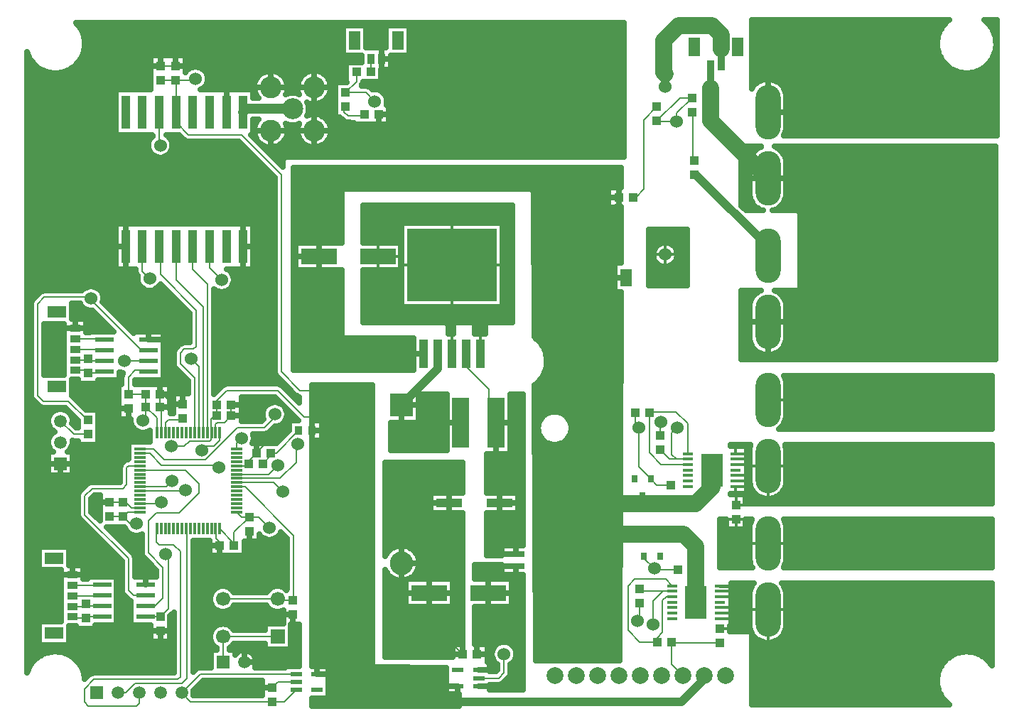
<source format=gbr>
%TF.GenerationSoftware,Novarm,DipTrace,3.3.0.1*%
%TF.CreationDate,2018-11-14T10:20:16-08:00*%
%FSLAX26Y26*%
%MOIN*%
%TF.FileFunction,Copper,L1,Top*%
%TF.Part,Single*%
%TA.AperFunction,Conductor*%
%ADD14C,0.008*%
%ADD15C,0.04*%
%ADD16C,0.047*%
%ADD17C,0.033465*%
%ADD18C,0.08*%
%ADD19C,0.031496*%
%ADD20C,0.03937*%
%ADD21C,0.017717*%
%TA.AperFunction,CopperBalancing*%
%ADD22C,0.025*%
%ADD23C,0.013*%
%TA.AperFunction,ComponentPad*%
%ADD24C,0.102362*%
%ADD25C,0.098425*%
%ADD26R,0.03937X0.043307*%
%ADD27R,0.043307X0.03937*%
%ADD28R,0.165354X0.074803*%
%ADD29R,0.122047X0.043307*%
%ADD31R,0.055118X0.082677*%
%TA.AperFunction,ComponentPad*%
%ADD32R,0.110236X0.110236*%
%ADD33C,0.110236*%
%ADD34R,0.031496X0.035433*%
%TA.AperFunction,ComponentPad*%
%ADD35R,0.059055X0.059055*%
%ADD36C,0.059055*%
%TA.AperFunction,ViaPad*%
%ADD37C,0.06*%
%TA.AperFunction,ComponentPad*%
%ADD38O,0.11811X0.255906*%
%ADD39R,0.037402X0.03937*%
%ADD40R,0.07874X0.23622*%
%ADD41R,0.07874X0.027559*%
%TA.AperFunction,ComponentPad*%
%ADD42R,0.066929X0.066929*%
%ADD43C,0.066929*%
%ADD48R,0.057087X0.011811*%
%ADD49R,0.011811X0.057087*%
%ADD50R,0.03937X0.15748*%
%ADD51R,0.033465X0.051181*%
%ADD52R,0.055118X0.088583*%
%ADD54R,0.051969X0.022441*%
%ADD55R,0.104331X0.15748*%
%ADD56R,0.051575X0.017717*%
%ADD57R,0.086614X0.023622*%
%ADD58R,0.051181X0.033465*%
%ADD59R,0.088583X0.055118*%
%ADD60R,0.42126X0.338583*%
%ADD61R,0.03937X0.133858*%
%TA.AperFunction,ComponentPad*%
%ADD62C,0.079016*%
%ADD145C,0.06*%
G75*
G01*
%LPD*%
X892359Y1319690D2*
D14*
X828944D1*
Y1319407D1*
X997401Y849881D2*
X1066144D1*
X971331Y1341812D2*
X914481D1*
X892359Y1319690D1*
X997401Y1893522D2*
Y1835474D1*
X997541Y1835334D1*
X1050071Y1715827D2*
Y1782804D1*
X997541Y1835334D1*
Y1783536D1*
X985102Y1771096D1*
X953700Y1287449D2*
X924599D1*
X892359Y1319690D1*
X1091200Y1143700D2*
X1103640D1*
Y887377D1*
X1066144Y849881D1*
X1412630Y1185111D2*
Y1195788D1*
X1345347Y1263071D1*
X1484850Y1318582D2*
X1447317D1*
X1424087Y1341812D1*
X1484850Y1318582D2*
X1528818D1*
X1578700Y1268700D1*
X1412630Y1185111D2*
Y1246363D1*
X1484850Y1318582D1*
X997401Y1893522D2*
X978653D1*
X916159D1*
X2441200Y449949D2*
D15*
X3509949D1*
X3616200Y556200D1*
Y574949D1*
X1009899Y1999760D2*
D14*
Y2006010D1*
X947406D1*
X916159Y1974763D1*
Y1893522D1*
X1066200Y3368700D2*
X1137595D1*
X1138382Y3367913D1*
X1225882D1*
X1232132Y3374162D1*
X1139920Y3217371D2*
Y3366375D1*
X1138382Y3367913D1*
X1986611Y3405863D2*
Y3362104D1*
X1934798Y3310292D1*
X2030373D1*
X2072288Y3268377D1*
X1331372Y1844330D2*
Y1793140D1*
X1331648Y1792864D1*
X1320204D1*
X1304882Y1777543D1*
Y1716922D1*
X1305977Y1715827D1*
X1331372Y1844330D2*
Y1865121D1*
X1378701Y1912451D1*
X1616199D1*
X1741200Y1787449D1*
X1834951D1*
X1853700Y1768700D1*
X1116138Y1649797D2*
X1178632D1*
X1203629Y1674794D1*
X1297369D1*
X1303619Y1681044D1*
Y1713469D1*
X1305977Y1715827D1*
X1139920Y3217371D2*
Y3169603D1*
X1197380Y3112144D1*
X1447354D1*
X1634834Y2924663D1*
Y1999760D1*
X1722325Y1912270D1*
X1816065D1*
X1686329Y3232578D2*
D16*
X1470088D1*
X1454881Y3217371D1*
X3647123Y3437109D2*
D17*
Y3330871D1*
D18*
Y3176754D1*
X3916200Y2907676D1*
X3559632Y3285312D2*
D14*
X3504843D1*
X3395791Y3176259D1*
X3488686Y3173670D2*
X3398380D1*
X3395791Y3176259D1*
X3488686Y3173670D2*
Y3214365D1*
X3559632Y3285312D1*
X1424087Y1518977D2*
X1572728D1*
X1616200Y1562449D1*
X3578700Y918700D2*
D18*
Y1088760D1*
Y1181772D1*
X3522081Y1238392D1*
X3345040D1*
X2947081D1*
X3372081Y1213392D2*
D19*
X3345040Y1263392D1*
Y1238392D1*
X3559581Y1069641D2*
D20*
X3578700Y1088760D1*
X3653285Y1538397D2*
D18*
Y1457096D1*
X3578352Y1382163D1*
X3475067D1*
X3326881D1*
X3003608D1*
X3459581Y1400892D2*
D20*
X3475067Y1382163D1*
X3328700Y1418700D2*
D19*
X3326881Y1382163D1*
X1584949Y1618700D2*
D14*
Y1606200D1*
X1547449Y1568700D1*
X1584949Y1618700D2*
X1609459D1*
X1715708Y1724949D1*
X728700Y1706200D2*
X659798D1*
X597443Y1768556D1*
X3466495Y944291D2*
X3440480D1*
X3422081Y925892D1*
Y775892D1*
X3397081Y750892D1*
Y732141D1*
X3315831D1*
X3259949Y788023D1*
Y995010D1*
X3290831Y1025892D1*
X3436075D1*
X3466495Y995472D1*
X3541081Y1615169D2*
Y1756890D1*
X3485522Y1812449D1*
X3359949D1*
Y1806200D1*
X3541081Y1563987D2*
X3415235D1*
X3359949Y1619273D1*
Y1806200D1*
X971331Y1637087D2*
X1035312D1*
X1084949Y1587449D1*
X1278700D1*
X1428700Y1737449D1*
X1553700D1*
X1591200Y1774949D1*
X1603700Y1799949D1*
X3541081Y1589578D2*
X3488615D1*
X3453965D1*
X3409581Y1633962D1*
X3488615Y1589578D2*
X3465892Y1612301D1*
Y1713453D1*
X3490830Y1738392D1*
X728679Y1993511D2*
X798926D1*
X805175Y1999760D1*
X666186Y2006010D2*
X716180D1*
X728679Y1993511D1*
X805175Y2049760D2*
X739359D1*
X728679Y2060440D1*
X666186Y2055222D2*
X723461D1*
X728679Y2060440D1*
X666186Y2153648D2*
X801288D1*
X805175Y2149760D1*
X666186Y2104435D2*
X800501D1*
X805175Y2099760D1*
X792676Y849881D2*
X722430D1*
X716180Y843632D1*
X659936D1*
X653687Y849881D1*
X792676Y899881D2*
X726860D1*
X716180Y910561D1*
X653687Y899094D2*
X704713D1*
X716180Y910561D1*
X971331Y1617402D2*
X1017495D1*
X1072448Y1562449D1*
X1328473D1*
X1341115Y1549808D1*
X3466495Y969881D2*
X3423516D1*
X3326270D1*
X3315830Y980321D1*
X3378330Y813392D2*
Y924695D1*
X3423516Y969881D1*
X653687Y997519D2*
X790314D1*
X792676Y999881D1*
X653687Y948306D2*
X791102D1*
X792676Y949881D1*
X1480520Y1568700D2*
Y1581200D1*
X1518020Y1618700D1*
X1424087Y1558347D2*
X1470167D1*
X1480520Y1568700D1*
X1398301Y1844330D2*
Y1793140D1*
X1398577Y1792864D1*
X1069756Y1715827D2*
Y1830048D1*
X1064470Y1835334D1*
Y1893381D1*
X1064330Y1893522D1*
X1172449Y1848129D2*
Y1849776D1*
X1122388D1*
X1078642Y1893522D1*
X1064330D1*
X1325662Y1715827D2*
Y1753162D1*
X1334949Y1762449D1*
X1368162D1*
X1398577Y1792864D1*
X1518020Y1618700D2*
Y1620520D1*
X1609949Y1712449D1*
X1628699D1*
X1634949Y1718700D1*
X892359Y1386619D2*
X829226D1*
X828944Y1386336D1*
X892359Y1386619D2*
X903296D1*
X930434Y1359481D1*
X969315D1*
X971331Y1361497D1*
X1345701Y1185111D2*
Y1199644D1*
X1326591Y1218754D1*
Y1262142D1*
X1325662Y1263071D1*
X1345701Y1185111D2*
Y1129451D1*
X1291200Y1074949D1*
X766175Y1387325D2*
X827956D1*
X828944Y1386336D1*
X2328109Y962449D2*
Y831791D1*
X2484951Y674949D1*
X3309581Y1738392D2*
X3293020D1*
Y1806200D1*
X1591200Y518700D2*
X1503602D1*
X1503577Y518675D1*
X1787707Y3131200D2*
Y3333956D1*
X3409581Y1700892D2*
Y1757142D1*
X3415830Y1763392D1*
X3459581Y1467821D2*
X3395721D1*
X3366102Y1497440D1*
X3309581Y1738392D2*
Y1553961D1*
X3366102Y1497440D1*
X3315830Y913392D2*
Y843554D1*
X3303409Y831133D1*
X3464010Y732141D2*
Y627140D1*
X3516200Y574949D1*
X3691200Y726771D2*
X3469380D1*
X3464010Y732141D1*
X3384581Y1075892D2*
X3334679Y1125793D1*
Y1134651D1*
X3492651Y1069641D2*
X3390831D1*
X3384581Y1075892D1*
X1066200Y3435629D2*
X1137595D1*
X1138382Y3434842D1*
X1484850Y1251653D2*
Y1175050D1*
X1503700Y1156200D1*
X3916111Y2544020D2*
D15*
Y2587537D1*
X3578699Y2924949D1*
X3572449D1*
X2559951Y562351D2*
D14*
X2653602D1*
X2678700Y587449D1*
Y674949D1*
X1678700Y543700D2*
X1703602D1*
X1703700Y543798D1*
X1616298D1*
X1591200Y518700D1*
X1424087Y1479607D2*
X1599043D1*
X1641200Y1437449D1*
X1061180Y3217371D2*
Y3067112D1*
X1066144Y3062149D1*
X1616200Y933365D2*
X1360294D1*
X1616200D2*
Y927712D1*
X1688947D1*
Y927487D1*
X1691200Y925234D1*
Y1231200D1*
X1462746Y1459654D1*
X1424355D1*
X1424087Y1459922D1*
X1591200Y451771D2*
X1649074D1*
X1703700Y506397D1*
X1591200Y451771D2*
X1208129D1*
X1166200Y493700D1*
X1703700Y581200D2*
X1253700D1*
X1166200Y493700D1*
X982440Y2587449D2*
Y2471209D1*
X1016200Y2437449D1*
X1246922Y1715827D2*
Y2025477D1*
X1209949Y2062449D1*
X1266607Y1715827D2*
Y2305793D1*
X1141200Y2431200D1*
Y2586170D1*
X1139920Y2587449D1*
X1227237Y1715827D2*
Y1970162D1*
X1159884Y2037515D1*
Y2087384D1*
X1178700Y2106200D1*
X1222449D1*
X1234949Y2118700D1*
Y2287451D1*
X1066200Y2456200D1*
Y2587449D1*
X1061180D1*
X1286292Y1715827D2*
Y2411108D1*
X1216200Y2481200D1*
Y2587449D1*
X1218661D1*
X1089441Y1715827D2*
Y1760586D1*
X1103640Y1774784D1*
X1166033D1*
X1172449Y1781200D1*
X3283129Y2818700D2*
X3297449D1*
X3334949Y2856200D1*
Y3182347D1*
X3395791Y3243188D1*
X3572449Y2991878D2*
X3565881D1*
Y3212133D1*
X3559632Y3218382D1*
X3696335Y3437109D2*
D17*
Y3515199D1*
D18*
Y3581627D1*
X3653372Y3624590D1*
X3497138D1*
X3428396Y3555847D1*
Y3403054D1*
X3434645Y3396805D1*
D20*
Y3337120D1*
X866200Y493700D2*
D14*
X903701D1*
X947451Y537449D1*
X1166200D1*
X1191200Y562449D1*
Y1259738D1*
X1187867Y1263071D1*
X2053540Y3405863D2*
Y3468356D1*
X3766200Y1374949D2*
X3765490Y1375659D1*
Y1461625D1*
X3690905Y995472D2*
D21*
X3756692D1*
X1424087Y1499292D2*
D14*
X1628043D1*
X1703700Y1574949D1*
Y1656200D1*
X1709949Y1662449D1*
X1297401Y2587449D2*
Y2487499D1*
X1353700Y2431200D1*
X2502029Y2083575D2*
Y2023982D1*
X2608695Y1917317D1*
Y1792359D1*
X2640821Y1760233D1*
X2368171Y2083575D2*
D15*
Y2014422D1*
X2197449Y1843700D1*
X1616200Y756200D2*
D14*
X1360294D1*
X1359949Y637449D2*
Y755855D1*
X1360294Y756200D1*
X2024107Y3205884D2*
Y3199634D1*
X1947301D1*
X1928553Y3218382D1*
Y3237117D1*
X1934798Y3243363D1*
X966200Y493700D2*
Y443700D1*
X953700Y431200D1*
X728700D1*
X709949Y449951D1*
Y512449D1*
X753700Y556200D1*
X1147449D1*
X1159949Y568700D1*
Y1156200D1*
X1128700Y1187449D1*
X1059949D1*
X1047449Y1199949D1*
Y1260449D1*
X1050071Y1263071D1*
X971331Y1381182D2*
X1066182D1*
X1072449Y1387449D1*
X1009899Y2049760D2*
X897411D1*
Y2049755D1*
X1345347Y1715827D2*
Y1679096D1*
X1316200Y1649949D1*
X1278699D1*
X1259949Y1631200D1*
X1009899Y2099760D2*
X978642D1*
X734928Y2343474D1*
X741178D1*
X1424087Y1637087D2*
Y1664087D1*
X1447449Y1687449D1*
X728700Y1773129D2*
X724270D1*
X634949Y1862449D1*
X516200D1*
X491200Y1887449D1*
Y2318700D1*
X522449Y2349949D1*
X734703D1*
X741178Y2343474D1*
X971331Y1440237D2*
X1181486D1*
X1184949Y1443700D1*
X997401Y899881D2*
X1041151D1*
X1078642Y937372D1*
Y1081107D1*
X1009899Y1149850D1*
Y1299834D1*
X1047396Y1337330D1*
X1153634D1*
X1247375Y1431070D1*
Y1474815D1*
X1184881Y1537309D1*
X969978D1*
X971331Y1538662D1*
Y1459922D2*
X1094922D1*
X1122449Y1487449D1*
X971331Y1558347D2*
X916497D1*
X909243Y1551094D1*
Y1469335D1*
X891680Y1451772D1*
X746103D1*
X711911Y1417581D1*
Y1329100D1*
X917113Y1123898D1*
Y973914D1*
X941146Y949881D1*
X997401D1*
D37*
X1353700Y2431200D3*
X3378330Y813392D3*
X2141200Y2293700D3*
X3488686Y3173670D3*
X3490830Y1738392D3*
X1616200Y1562449D3*
X1641200Y1437449D3*
X1209949Y2062449D3*
X1603700Y1799949D3*
X985102Y1771096D3*
X953700Y1287449D3*
X1091200Y1143700D3*
X1122449Y1487449D3*
X1184949Y1443700D3*
X1072449Y1387449D3*
X634939Y1218592D3*
X1809949Y1212449D3*
X1578700Y1268700D3*
X1341115Y1549808D3*
X759926Y2230986D3*
X1116138Y1649797D3*
X1472351Y2149745D3*
X1291200Y1074949D3*
X766175Y1387325D3*
X1359863Y2874669D3*
X2678700Y674949D3*
X978653Y1087356D3*
X1232132Y3374162D3*
X3415830Y1763392D3*
X3303409Y831133D3*
X3309581Y1738392D3*
X3384581Y1075892D3*
X1016200Y2437449D3*
X897411Y2049755D3*
X1259949Y1631200D3*
X741178Y2343474D3*
X1447449Y1687449D3*
X1066144Y3062149D3*
X1803700Y1831200D3*
X2072288Y3268377D3*
X1634949Y1718700D3*
X1709949Y1662449D3*
X1503577Y518675D3*
X703682Y3068398D3*
X553697Y2624695D3*
X866200Y3574949D3*
X2503700Y3099949D3*
X2153700Y2737449D3*
X1672449Y3518700D3*
X3028700Y3168700D3*
X2616200Y3306200D3*
X3016200Y3543700D3*
X2659726Y2280981D3*
X4028700Y3593700D3*
X4329056Y3469020D3*
X4528700Y3593700D3*
X2018718Y2756331D2*
D22*
X2713710D1*
X2018718Y2731462D2*
X2713710D1*
X2018718Y2706594D2*
X2713710D1*
X2018718Y2681725D2*
X2195472D1*
X2674717D2*
X2713710D1*
X2018718Y2656856D2*
X2195472D1*
X2674717D2*
X2713710D1*
X2018718Y2631987D2*
X2195472D1*
X2674717D2*
X2713710D1*
X2018718Y2607119D2*
X2195472D1*
X2674717D2*
X2713710D1*
X2674717Y2582250D2*
X2713710D1*
X2674717Y2557381D2*
X2713710D1*
X2674717Y2532512D2*
X2713710D1*
X2674717Y2507644D2*
X2713710D1*
X2674717Y2482775D2*
X2713710D1*
X2018718Y2457906D2*
X2195472D1*
X2674717D2*
X2713710D1*
X2018718Y2433037D2*
X2195472D1*
X2674717D2*
X2713710D1*
X2018718Y2408169D2*
X2195472D1*
X2674717D2*
X2713710D1*
X2018718Y2383300D2*
X2195472D1*
X2674717D2*
X2713710D1*
X2018718Y2358431D2*
X2195472D1*
X2674717D2*
X2713710D1*
X2018718Y2333562D2*
X2195472D1*
X2674717D2*
X2713710D1*
X2018718Y2308693D2*
X2195472D1*
X2674717D2*
X2713710D1*
X2018718Y2283825D2*
X2713710D1*
X2018718Y2258956D2*
X2713710D1*
X2018718Y2234087D2*
X2713710D1*
X2418683Y2209218D2*
X2438695D1*
X2543704D2*
X2588691D1*
X2418683Y2184350D2*
X2438695D1*
X2543704D2*
X2588691D1*
X2016204Y2603802D2*
X2195739D1*
Y2475999D1*
X2016196D1*
X2016200Y2231209D1*
X2405655Y2231046D1*
X2408483Y2230249D1*
X2411048Y2228813D1*
X2413205Y2226818D1*
X2414838Y2224375D1*
X2415855Y2221619D1*
X2416200Y2218700D1*
Y2177039D1*
X2441199Y2177004D1*
X2441354Y2220655D1*
X2442151Y2223483D1*
X2443587Y2226048D1*
X2445582Y2228205D1*
X2448025Y2229838D1*
X2450781Y2230855D1*
X2453704Y2231200D1*
X2530655Y2231046D1*
X2533483Y2230249D1*
X2536048Y2228813D1*
X2538205Y2226818D1*
X2539838Y2224375D1*
X2540855Y2221619D1*
X2541200Y2218696D1*
Y2177039D1*
X2591205Y2177004D1*
X2591354Y2220655D1*
X2592151Y2223483D1*
X2593587Y2226048D1*
X2595582Y2228205D1*
X2598025Y2229838D1*
X2600781Y2230855D1*
X2603704Y2231200D1*
X2716197D1*
X2716200Y2781193D1*
X2016220Y2781200D1*
X2016200Y2603836D1*
X2199808Y2696690D2*
X2672230D1*
Y2305107D1*
X2197970D1*
Y2696690D1*
X2199808D1*
X2086562Y2603767D2*
D23*
Y2476035D1*
Y2539901D2*
X2195704D1*
X2435100Y2696654D2*
Y2305142D1*
X2198006Y2500898D2*
X2672195D1*
X2435100Y2176969D2*
Y2083575D1*
X2568959Y2176969D2*
Y2083575D1*
X1693718Y2931331D2*
D22*
X3226104D1*
X1693718Y2906462D2*
X3226032D1*
X1693718Y2881594D2*
X3225961D1*
X1693718Y2856725D2*
X3165532D1*
X1693718Y2831856D2*
X1913712D1*
X2818759D2*
X3165532D1*
X1693718Y2806987D2*
X1913712D1*
X2818902D2*
X3165532D1*
X1693718Y2782119D2*
X1913712D1*
X2819046D2*
X3165532D1*
X1693718Y2757250D2*
X1913712D1*
X2819190D2*
X3225637D1*
X1693718Y2732381D2*
X1913712D1*
X2819333D2*
X3225566D1*
X1693718Y2707512D2*
X1913712D1*
X2819477D2*
X3225494D1*
X1693718Y2682644D2*
X1913712D1*
X2819620D2*
X3225422D1*
X1693718Y2657775D2*
X1913712D1*
X2819764D2*
X3225351D1*
X1693718Y2632906D2*
X1913712D1*
X2819907D2*
X3225314D1*
X1693718Y2608037D2*
X1913712D1*
X2820015D2*
X3225243D1*
X2820158Y2583169D2*
X3225171D1*
X2820302Y2558300D2*
X3225099D1*
X2820445Y2533431D2*
X3225028D1*
X2820588Y2508562D2*
X3194382D1*
X2820733Y2483693D2*
X3194382D1*
X1693718Y2458825D2*
X1913712D1*
X2820876D2*
X3194382D1*
X1693718Y2433956D2*
X1913712D1*
X2821020D2*
X3194382D1*
X1693718Y2409087D2*
X1913712D1*
X2821163D2*
X3194382D1*
X1693718Y2384218D2*
X1913712D1*
X2821306D2*
X3194382D1*
X1693718Y2359350D2*
X1913712D1*
X2821451D2*
X3224561D1*
X1693718Y2334481D2*
X1913712D1*
X2821594D2*
X3224489D1*
X1693718Y2309612D2*
X1913712D1*
X2821701D2*
X3224453D1*
X1693718Y2284743D2*
X1913712D1*
X2821844D2*
X3224381D1*
X1693718Y2259875D2*
X1913712D1*
X2821989D2*
X3224310D1*
X1693718Y2235006D2*
X1913712D1*
X2822132D2*
X3224238D1*
X1693718Y2210137D2*
X1913712D1*
X2822276D2*
X3224166D1*
X1693718Y2185268D2*
X1913712D1*
X2822419D2*
X3224095D1*
X1693718Y2160399D2*
X1916869D1*
X2825829D2*
X3224023D1*
X1693718Y2135531D2*
X2252566D1*
X2851485D2*
X3223987D1*
X1693718Y2110662D2*
X2252566D1*
X2867203D2*
X3223915D1*
X1693718Y2085793D2*
X2252566D1*
X2876569D2*
X3223843D1*
X1693718Y2060924D2*
X2252566D1*
X2880910D2*
X3223772D1*
X1693718Y2036056D2*
X2252566D1*
X2880624D2*
X3223700D1*
X1693718Y2011187D2*
X2252566D1*
X2875743D2*
X3223628D1*
X2865731Y1986318D2*
X3223557D1*
X2849117Y1961449D2*
X3223520D1*
X2823818Y1936581D2*
X3223449D1*
X2823962Y1911712D2*
X3223377D1*
X2824106Y1886843D2*
X3223305D1*
X2824250Y1861974D2*
X3223233D1*
X2824393Y1837106D2*
X3223162D1*
X2824536Y1812237D2*
X2906411D1*
X2925981D2*
X3223090D1*
X2824680Y1787368D2*
X2856426D1*
X2975968D2*
X3223054D1*
X2824823Y1762499D2*
X2841138D1*
X2991291D2*
X3222982D1*
X2824966Y1737630D2*
X2836096D1*
X2996277D2*
X3222910D1*
X2825074Y1712762D2*
X2839309D1*
X2993085D2*
X3222839D1*
X2825218Y1687893D2*
X2851940D1*
X2980453D2*
X3222767D1*
X2825361Y1663024D2*
X2884486D1*
X2947906D2*
X3222695D1*
X2825506Y1638155D2*
X3222659D1*
X2825649Y1613287D2*
X3222587D1*
X2825792Y1588418D2*
X3222516D1*
X2825936Y1563549D2*
X3222444D1*
X2826079Y1538680D2*
X3222372D1*
X2826222Y1513812D2*
X3222301D1*
X2826367Y1488943D2*
X3222229D1*
X2826510Y1464074D2*
X3222192D1*
X2826617Y1439205D2*
X3222121D1*
X2826762Y1414336D2*
X3222049D1*
X2826905Y1389468D2*
X3221977D1*
X2827048Y1364599D2*
X3221906D1*
X2827192Y1339730D2*
X3221834D1*
X2827335Y1314861D2*
X3221762D1*
X2827478Y1289993D2*
X3221726D1*
X2827623Y1265124D2*
X3221654D1*
X2827766Y1240255D2*
X3221583D1*
X2827910Y1215386D2*
X3221511D1*
X2828053Y1190518D2*
X3221439D1*
X2828196Y1165649D2*
X3221368D1*
X2828304Y1140780D2*
X3221296D1*
X2828448Y1115911D2*
X3221260D1*
X2828591Y1091043D2*
X3221188D1*
X2828734Y1066174D2*
X3221116D1*
X2828878Y1041305D2*
X3221044D1*
X2829022Y1016436D2*
X3220973D1*
X2829166Y991567D2*
X3220901D1*
X2829309Y966699D2*
X3220829D1*
X2829452Y941830D2*
X3220793D1*
X2829596Y916961D2*
X3220721D1*
X2829739Y892092D2*
X3220650D1*
X2829882Y867224D2*
X3220578D1*
X2829991Y842355D2*
X3220506D1*
X2830134Y817486D2*
X3220435D1*
X2830277Y792617D2*
X3220398D1*
X2830422Y767749D2*
X3220327D1*
X2830565Y742880D2*
X3220255D1*
X2830708Y718011D2*
X3220183D1*
X2830852Y693142D2*
X3220112D1*
X2830995Y668273D2*
X3220040D1*
X1703632Y2603802D2*
X1916203D1*
X1916354Y2845655D1*
X1917151Y2848483D1*
X1918587Y2851048D1*
X1920582Y2853205D1*
X1923025Y2854838D1*
X1925781Y2855855D1*
X1928700Y2856200D1*
X2805586Y2856057D1*
X2808418Y2855275D1*
X2810990Y2853854D1*
X2813159Y2851872D1*
X2814805Y2849438D1*
X2815838Y2846687D1*
X2816200Y2843771D1*
X2820048Y2162735D1*
X2829237Y2155742D1*
X2836096Y2149634D1*
X2842533Y2143083D1*
X2848520Y2136117D1*
X2854028Y2128767D1*
X2859033Y2121066D1*
X2863514Y2113049D1*
X2867451Y2104751D1*
X2870825Y2096208D1*
X2873621Y2087460D1*
X2875829Y2078544D1*
X2877435Y2069501D1*
X2878436Y2060371D1*
X2878831Y2049949D1*
X2878524Y2040770D1*
X2877607Y2031632D1*
X2876082Y2022574D1*
X2873955Y2013638D1*
X2871238Y2004865D1*
X2867941Y1996293D1*
X2864081Y1987959D1*
X2859672Y1979901D1*
X2854737Y1972155D1*
X2849294Y1964756D1*
X2843372Y1957737D1*
X2836994Y1951128D1*
X2830190Y1944959D1*
X2821305Y1938096D1*
X2828629Y643710D1*
X3222516Y643700D1*
X3227111Y2374445D1*
X3196868Y2374411D1*
Y2510088D1*
X3227477D1*
X3228175Y2772543D1*
X3168046Y2772515D1*
Y2864885D1*
X3228426D1*
X3228666Y2956197D1*
X1691183Y2956200D1*
X1691200Y2006179D1*
X2255036Y2006200D1*
X2255057Y2156196D1*
X1926745Y2156354D1*
X1923917Y2157151D1*
X1921352Y2158587D1*
X1919195Y2160582D1*
X1917562Y2163025D1*
X1916545Y2165781D1*
X1916200Y2168700D1*
Y2475977D1*
X1701794Y2475999D1*
Y2603802D1*
X1703632D1*
X2993592Y1728859D2*
X2992876Y1722805D1*
X2991687Y1716827D1*
X2990032Y1710960D1*
X2987922Y1705241D1*
X2985369Y1699705D1*
X2982392Y1694388D1*
X2979004Y1689319D1*
X2975231Y1684532D1*
X2971094Y1680056D1*
X2966617Y1675918D1*
X2961830Y1672145D1*
X2956762Y1668758D1*
X2951444Y1665780D1*
X2945909Y1663228D1*
X2940190Y1661117D1*
X2934322Y1659462D1*
X2928344Y1658273D1*
X2922291Y1657557D1*
X2916200Y1657318D1*
X2910109Y1657557D1*
X2904056Y1658273D1*
X2898078Y1659462D1*
X2892210Y1661117D1*
X2886491Y1663228D1*
X2880956Y1665780D1*
X2875638Y1668758D1*
X2870570Y1672145D1*
X2865783Y1675918D1*
X2861306Y1680056D1*
X2857169Y1684532D1*
X2853396Y1689319D1*
X2850008Y1694388D1*
X2847031Y1699705D1*
X2844478Y1705241D1*
X2842368Y1710960D1*
X2840713Y1716827D1*
X2839524Y1722805D1*
X2838808Y1728859D1*
X2838569Y1734949D1*
X2838808Y1741040D1*
X2839524Y1747094D1*
X2840713Y1753071D1*
X2842368Y1758939D1*
X2844478Y1764658D1*
X2847031Y1770193D1*
X2850008Y1775511D1*
X2853396Y1780579D1*
X2857169Y1785367D1*
X2861306Y1789843D1*
X2865783Y1793981D1*
X2870570Y1797754D1*
X2875638Y1801141D1*
X2880956Y1804119D1*
X2886491Y1806671D1*
X2892210Y1808781D1*
X2898078Y1810436D1*
X2904056Y1811625D1*
X2910109Y1812342D1*
X2916200Y1812581D1*
X2922291Y1812342D1*
X2928344Y1811625D1*
X2934322Y1810436D1*
X2940190Y1808781D1*
X2945909Y1806671D1*
X2951444Y1804119D1*
X2956762Y1801141D1*
X2961830Y1797754D1*
X2966617Y1793981D1*
X2971094Y1789843D1*
X2975231Y1785367D1*
X2979004Y1780579D1*
X2982392Y1775511D1*
X2985369Y1770193D1*
X2987922Y1764658D1*
X2990032Y1758939D1*
X2991687Y1753071D1*
X2992876Y1747094D1*
X2993592Y1741040D1*
X2993831Y1734949D1*
X2993592Y1728859D1*
X1810972Y2603767D2*
Y2476035D1*
X1701830Y2539901D2*
X1810972D1*
X3196903Y2442250D2*
X3250927D1*
X3216200Y2864848D2*
Y2772550D1*
X3168083Y2818700D2*
X3216200D1*
X2255092Y2083575D2*
X2301242D1*
X1781218Y1912581D2*
X2057443D1*
X1781218Y1887712D2*
X2057443D1*
X1781218Y1862843D2*
X2057443D1*
X1781218Y1837974D2*
X2057443D1*
X1781218Y1813106D2*
X2057443D1*
X1781218Y1788237D2*
X2057443D1*
X1826396Y1763368D2*
X2057443D1*
X1826396Y1738499D2*
X2057443D1*
X1826396Y1713630D2*
X2057443D1*
X1826396Y1688762D2*
X2057443D1*
X1781218Y1663893D2*
X2057443D1*
X1781218Y1639024D2*
X2057443D1*
X1781218Y1614155D2*
X2057443D1*
X1781218Y1589287D2*
X2057443D1*
X1781218Y1564418D2*
X2057443D1*
X1781218Y1539549D2*
X2057443D1*
X1781218Y1514680D2*
X2057443D1*
X1781218Y1489812D2*
X2057443D1*
X1781218Y1464943D2*
X2057443D1*
X1781218Y1440074D2*
X2057443D1*
X1781218Y1415205D2*
X2057443D1*
X1781218Y1390336D2*
X2057443D1*
X1781218Y1365468D2*
X2057443D1*
X1781218Y1340599D2*
X2057443D1*
X1781218Y1315730D2*
X2057443D1*
X1781218Y1290861D2*
X2057443D1*
X1781218Y1265993D2*
X2057443D1*
X1781218Y1241124D2*
X2057443D1*
X1781218Y1216255D2*
X2057443D1*
X1781218Y1191386D2*
X2057443D1*
X1781218Y1166518D2*
X2057443D1*
X1781218Y1141649D2*
X2057443D1*
X1781218Y1116780D2*
X2057443D1*
X1781218Y1091911D2*
X2057443D1*
X1781218Y1067043D2*
X2057443D1*
X1781218Y1042174D2*
X2057443D1*
X1781218Y1017305D2*
X2057443D1*
X1781218Y992436D2*
X2057443D1*
X1781218Y967567D2*
X2057443D1*
X1781218Y942699D2*
X2057443D1*
X1781218Y917830D2*
X2057443D1*
X1781218Y892961D2*
X2057443D1*
X1781218Y868092D2*
X2057443D1*
X1781218Y843224D2*
X2057443D1*
X1781218Y818355D2*
X2057443D1*
X1781218Y793486D2*
X2057443D1*
X1781218Y768617D2*
X2057443D1*
X1781218Y743749D2*
X2057443D1*
X1781218Y718880D2*
X2057443D1*
X1781218Y694011D2*
X2057443D1*
X1781218Y669142D2*
X2057443D1*
X1781218Y644273D2*
X2057443D1*
X1781218Y619405D2*
X2058734D1*
X1857113Y594536D2*
X2406524D1*
X1857113Y569667D2*
X2406524D1*
X1857113Y544798D2*
X2406524D1*
X1857113Y519930D2*
X2406524D1*
X1857113Y495061D2*
X2406524D1*
X1857113Y470192D2*
X2463687D1*
X1781218Y445323D2*
X2463687D1*
X1778707Y1771134D2*
X1823901D1*
Y1678764D1*
X1778693D1*
X1778700Y618897D1*
X1854609Y618920D1*
Y468676D1*
X1778714D1*
X1778700Y431222D1*
X2466193Y431200D1*
X2466200Y487203D1*
X2409041Y487229D1*
Y612449D1*
X2070494Y612603D1*
X2067666Y613401D1*
X2065102Y614836D1*
X2062944Y616831D1*
X2061312Y619275D1*
X2060294Y622031D1*
X2059949Y624953D1*
Y1937414D1*
X1778666Y1937449D1*
X1778700Y1771138D1*
Y1771099D2*
Y1678800D1*
Y1724949D2*
X1823865D1*
X2461525Y524949D2*
Y487264D1*
X2409077Y524949D2*
X2461525D1*
X1802125Y618885D2*
Y581200D1*
X1854574D1*
X2709199Y1868831D2*
X2763695D1*
X2709199Y1843962D2*
X2763695D1*
X2709199Y1819094D2*
X2763695D1*
X2709199Y1794225D2*
X2763695D1*
X2709199Y1769356D2*
X2763695D1*
X2709199Y1744487D2*
X2763695D1*
X2709199Y1719619D2*
X2763695D1*
X2709199Y1694750D2*
X2763695D1*
X2709199Y1669881D2*
X2763695D1*
X2709199Y1645012D2*
X2763695D1*
X2709199Y1620144D2*
X2763695D1*
X2599968Y1595275D2*
X2763695D1*
X2599968Y1570406D2*
X2763695D1*
X2599968Y1545537D2*
X2763695D1*
X2599968Y1520669D2*
X2763695D1*
X2599968Y1495800D2*
X2763695D1*
X2599968Y1470931D2*
X2763695D1*
X2599968Y1446062D2*
X2763695D1*
X2747343Y1421193D2*
X2763695D1*
X2747343Y1396325D2*
X2763695D1*
X2747343Y1371456D2*
X2763695D1*
X2747343Y1346587D2*
X2763695D1*
X2599968Y1321718D2*
X2763695D1*
X2599968Y1296850D2*
X2763695D1*
X2599968Y1271981D2*
X2763695D1*
X2599968Y1247112D2*
X2763695D1*
X2599968Y1222243D2*
X2763695D1*
X2599968Y1197375D2*
X2763695D1*
X2599968Y1172506D2*
X2666592D1*
X2599968Y1147637D2*
X2666592D1*
X2597456Y1432204D2*
X2744851D1*
Y1335897D1*
X2597445D1*
X2597449Y1137453D1*
X2669098Y1137449D1*
X2669079Y1183980D1*
X2766204D1*
X2766200Y1893696D1*
X2706680Y1893700D1*
X2706691Y1615623D1*
X2597452D1*
X2597449Y1432205D1*
X2657327Y1432169D2*
Y1335932D1*
Y1384050D2*
X2744815D1*
X2640821Y1760233D2*
Y1615658D1*
Y1760233D2*
X2706655D1*
X2734949Y1183944D2*
Y1143700D1*
X2669115D2*
X2734949D1*
X2124968Y1550081D2*
X2482434D1*
X2124968Y1525212D2*
X2482434D1*
X2124968Y1500343D2*
X2482434D1*
X2124968Y1475474D2*
X2482434D1*
X2124968Y1450606D2*
X2482434D1*
X2124968Y1425737D2*
X2331074D1*
X2124968Y1400868D2*
X2331074D1*
X2124968Y1375999D2*
X2331074D1*
X2124968Y1351130D2*
X2331074D1*
X2124968Y1326262D2*
X2482434D1*
X2124968Y1301393D2*
X2482434D1*
X2124968Y1276524D2*
X2482434D1*
X2124968Y1251655D2*
X2482434D1*
X2124968Y1226787D2*
X2482434D1*
X2124968Y1201918D2*
X2482434D1*
X2124968Y1177049D2*
X2162956D1*
X2231938D2*
X2482434D1*
X2264305Y1152180D2*
X2482434D1*
X2277546Y1127312D2*
X2482434D1*
X2281566Y1102443D2*
X2482434D1*
X2277834Y1077574D2*
X2482434D1*
X2265023Y1052705D2*
X2482434D1*
X2124968Y1027836D2*
X2160804D1*
X2234091D2*
X2482434D1*
X2124968Y1002968D2*
X2216424D1*
X2439779D2*
X2482434D1*
X2124968Y978099D2*
X2216424D1*
X2439779D2*
X2482434D1*
X2124968Y953230D2*
X2216424D1*
X2439779D2*
X2482434D1*
X2124968Y928361D2*
X2216424D1*
X2439779D2*
X2482434D1*
X2124968Y903493D2*
X2216424D1*
X2439779D2*
X2482434D1*
X2124968Y878624D2*
X2482434D1*
X2124968Y853755D2*
X2482434D1*
X2124968Y828886D2*
X2482434D1*
X2124968Y804018D2*
X2482434D1*
X2124968Y779149D2*
X2482434D1*
X2124968Y754280D2*
X2482434D1*
X2124968Y729411D2*
X2482434D1*
X2124968Y704543D2*
X2434313D1*
X2124968Y679674D2*
X2434313D1*
X2335420Y1432204D2*
X2484949D1*
Y1574936D1*
X2122423Y1574949D1*
X2122449Y1134196D1*
X2126931Y1143061D1*
X2131993Y1150722D1*
X2137882Y1157766D1*
X2144527Y1164102D1*
X2151840Y1169653D1*
X2159730Y1174347D1*
X2168099Y1178125D1*
X2176838Y1180940D1*
X2185839Y1182755D1*
X2194986Y1183549D1*
X2204165Y1183309D1*
X2213258Y1182040D1*
X2222151Y1179758D1*
X2230731Y1176491D1*
X2238892Y1172281D1*
X2246527Y1167183D1*
X2253540Y1161258D1*
X2259844Y1154583D1*
X2265359Y1147242D1*
X2270015Y1139329D1*
X2273751Y1130941D1*
X2276523Y1122188D1*
X2278293Y1113179D1*
X2279041Y1104028D1*
X2278737Y1094629D1*
X2277398Y1085545D1*
X2275048Y1076670D1*
X2271716Y1068115D1*
X2267443Y1059987D1*
X2262285Y1052392D1*
X2256306Y1045423D1*
X2249583Y1039170D1*
X2242200Y1033712D1*
X2234251Y1029117D1*
X2228155Y1026351D1*
X2437287D1*
Y898548D1*
X2218932D1*
X2218840Y1023203D1*
X2209859Y1021298D1*
X2200720Y1020415D1*
X2191539Y1020564D1*
X2182434Y1021743D1*
X2173518Y1023936D1*
X2164906Y1027119D1*
X2156705Y1031247D1*
X2149020Y1036271D1*
X2141947Y1042127D1*
X2135577Y1048738D1*
X2129990Y1056024D1*
X2125256Y1063892D1*
X2122452Y1069780D1*
X2122449Y662462D1*
X2436818Y662449D1*
X2436797Y721134D1*
X2484947D1*
X2484746Y1335897D1*
X2333583D1*
Y1432204D1*
X2335420D1*
X2421107Y1432169D2*
Y1335932D1*
X2333619Y1384050D2*
X2421107D1*
X2328109Y1026315D2*
Y898583D1*
X2218968Y962449D2*
X2437251D1*
X2197449Y1183550D2*
Y1020385D1*
Y1101968D2*
X2279032D1*
X2484951Y721099D2*
Y674949D1*
X2436833D2*
X2484951D1*
X2281554Y1868831D2*
X2407102D1*
X2281554Y1843962D2*
X2407102D1*
X2281554Y1819094D2*
X2407102D1*
X2281554Y1794225D2*
X2407102D1*
X2281554Y1769356D2*
X2407102D1*
X2149968Y1744487D2*
X2407102D1*
X2149968Y1719619D2*
X2407102D1*
X2149968Y1694750D2*
X2407102D1*
X2149968Y1669881D2*
X2407102D1*
X2149968Y1645012D2*
X2407102D1*
X2279067Y1893704D2*
Y1762082D1*
X2147452D1*
X2147449Y1631220D1*
X2409571Y1631200D1*
X2409596Y1893704D1*
X2279060Y1893700D1*
X2197449Y1843700D2*
Y1762117D1*
Y1843700D2*
X2279032D1*
X2409632Y1760233D2*
X2475466D1*
X2543718Y1068831D2*
X2666573D1*
X2543718Y1043962D2*
X2763712D1*
X2715388Y1019094D2*
X2763712D1*
X2715388Y994225D2*
X2763712D1*
X2715388Y969356D2*
X2763712D1*
X2715388Y944487D2*
X2763712D1*
X2715388Y919619D2*
X2763712D1*
X2543718Y894750D2*
X2763712D1*
X2543718Y869881D2*
X2763712D1*
X2543718Y845012D2*
X2763712D1*
X2543718Y820144D2*
X2763712D1*
X2543718Y795275D2*
X2763712D1*
X2543718Y770406D2*
X2763712D1*
X2543718Y745537D2*
X2763712D1*
X2602532Y720669D2*
X2642998D1*
X2714384D2*
X2763712D1*
X2602532Y695800D2*
X2623692D1*
X2733725D2*
X2763712D1*
X2602532Y670931D2*
X2619852D1*
X2737565D2*
X2763712D1*
X2602532Y646062D2*
X2627638D1*
X2729742D2*
X2763712D1*
X2614948Y621193D2*
X2645688D1*
X2711692D2*
X2763712D1*
X2614948Y596325D2*
X2641957D1*
X2711692D2*
X2763712D1*
X2707170Y571456D2*
X2763712D1*
X2683487Y546587D2*
X2763712D1*
X2614948Y521718D2*
X2763712D1*
X2541193Y1026351D2*
X2712877D1*
Y898548D1*
X2541200D1*
Y721127D1*
X2600033Y721134D1*
Y637474D1*
X2612435Y637473D1*
Y592855D1*
X2640941Y592851D1*
X2648197Y600081D1*
X2648200Y627389D1*
X2642006Y631986D1*
X2635737Y638255D1*
X2630525Y645428D1*
X2626501Y653327D1*
X2623762Y661759D1*
X2622375Y670516D1*
Y679382D1*
X2623762Y688140D1*
X2626501Y696571D1*
X2630525Y704470D1*
X2635737Y711644D1*
X2642006Y717913D1*
X2649179Y723124D1*
X2657078Y727149D1*
X2665510Y729888D1*
X2674267Y731275D1*
X2683133D1*
X2691890Y729888D1*
X2700322Y727149D1*
X2708221Y723124D1*
X2715394Y717913D1*
X2721663Y711644D1*
X2726875Y704470D1*
X2730899Y696571D1*
X2733638Y688140D1*
X2735025Y679382D1*
Y670516D1*
X2733638Y661759D1*
X2730899Y653327D1*
X2726875Y645428D1*
X2721663Y638255D1*
X2715394Y631986D1*
X2709187Y627420D1*
X2709106Y585057D1*
X2708357Y580329D1*
X2706878Y575777D1*
X2704705Y571514D1*
X2701893Y567641D1*
X2675169Y540784D1*
X2671529Y537676D1*
X2667448Y535175D1*
X2663027Y533343D1*
X2658373Y532226D1*
X2653592Y531851D1*
X2612443D1*
X2612435Y506195D1*
X2766217Y506200D1*
X2766200Y1046352D1*
X2669079Y1046334D1*
Y1093693D1*
X2541183Y1093700D1*
X2541200Y1026357D1*
X2603700Y1026315D2*
Y898583D1*
Y962449D2*
X2712842D1*
X2734949Y1086613D2*
Y1046369D1*
X2669115Y1086613D2*
X2734949D1*
X2551880Y721099D2*
Y674949D1*
X2599998D1*
X2559951Y524949D2*
X2612399D1*
X2559951Y599752D2*
X2612399D1*
X3359695Y2642381D2*
X3535910D1*
X3359695Y2617512D2*
X3535910D1*
X3359695Y2592644D2*
X3395423D1*
X3473877D2*
X3535910D1*
X3359695Y2567775D2*
X3378594D1*
X3490671D2*
X3535910D1*
X3359695Y2542906D2*
X3376045D1*
X3493220D2*
X3535910D1*
X3359695Y2518037D2*
X3385376D1*
X3483926D2*
X3535910D1*
X3359695Y2493169D2*
X3535910D1*
X3359695Y2468300D2*
X3535910D1*
X3359695Y2443431D2*
X3535910D1*
X3359695Y2418562D2*
X3535910D1*
X3491115Y2547881D2*
X3490399Y2540573D1*
X3488742Y2533418D1*
X3486171Y2526539D1*
X3482729Y2520052D1*
X3478476Y2514065D1*
X3473481Y2508682D1*
X3467830Y2503991D1*
X3461619Y2500073D1*
X3454951Y2496994D1*
X3447941Y2494805D1*
X3440707Y2493544D1*
X3433369Y2493233D1*
X3426053Y2493876D1*
X3418882Y2495461D1*
X3411978Y2497964D1*
X3405457Y2501342D1*
X3399428Y2505536D1*
X3393995Y2510477D1*
X3389249Y2516081D1*
X3385270Y2522254D1*
X3382124Y2528889D1*
X3379867Y2535877D1*
X3378533Y2543100D1*
X3378149Y2550434D1*
X3378720Y2557755D1*
X3380234Y2564941D1*
X3382669Y2571871D1*
X3385981Y2578424D1*
X3390115Y2584494D1*
X3395002Y2589976D1*
X3400558Y2594777D1*
X3406691Y2598818D1*
X3413296Y2602029D1*
X3420262Y2604356D1*
X3427469Y2605760D1*
X3434800Y2606218D1*
X3442127Y2605721D1*
X3449327Y2604277D1*
X3456280Y2601913D1*
X3462867Y2598665D1*
X3468977Y2594591D1*
X3474507Y2589759D1*
X3479364Y2584250D1*
X3483465Y2578158D1*
X3486742Y2571586D1*
X3489138Y2564644D1*
X3490613Y2557449D1*
X3491145Y2549718D1*
X3491115Y2547881D1*
X3357176Y2667226D2*
Y2404770D1*
X3538415Y2404750D1*
X3538427Y2667230D1*
X3357188Y2667250D1*
X3434645Y2606183D2*
D23*
Y2493254D1*
X3378180Y2549718D2*
X3491109D1*
X692323Y3612581D2*
D22*
X1920196D1*
X2033315D2*
X2122978D1*
X2236098D2*
X3238438D1*
X704812Y3587712D2*
X1920196D1*
X2033315D2*
X2122978D1*
X2236098D2*
X3238438D1*
X711701Y3562843D2*
X1920196D1*
X2033315D2*
X2122978D1*
X2236098D2*
X3238438D1*
X713818Y3537974D2*
X1920196D1*
X2033315D2*
X2122978D1*
X2236098D2*
X3238474D1*
X711414Y3513106D2*
X1920196D1*
X2236098D2*
X3238474D1*
X704237Y3488237D2*
X1920196D1*
X2236098D2*
X3238474D1*
X691390Y3463368D2*
X1017529D1*
X1187058D2*
X2007789D1*
X2148468D2*
X3238510D1*
X443718Y3438499D2*
X476863D1*
X670543D2*
X1017529D1*
X1187058D2*
X1935949D1*
X2148468D2*
X3238510D1*
X443718Y3413630D2*
X513751D1*
X633653D2*
X1017529D1*
X1275046D2*
X1935949D1*
X2104187D2*
X3238510D1*
X443718Y3388762D2*
X1017529D1*
X1289221D2*
X1527409D1*
X1642501D2*
X1730154D1*
X1845247D2*
X1935949D1*
X2104187D2*
X3238510D1*
X443718Y3363893D2*
X1017529D1*
X1290190D2*
X1510758D1*
X1659115D2*
X1713540D1*
X1861897D2*
X1935949D1*
X2104187D2*
X3238545D1*
X443718Y3339024D2*
X1017529D1*
X1278886D2*
X1504945D1*
X1664965D2*
X1707691D1*
X1867710D2*
X1886107D1*
X2043112D2*
X3238545D1*
X443718Y3314155D2*
X855011D1*
X1662560D2*
X1710095D1*
X1865306D2*
X1886107D1*
X2107919D2*
X3238545D1*
X443718Y3289287D2*
X855011D1*
X1503557D2*
X1518903D1*
X1853751D2*
X1886107D1*
X2127260D2*
X3238582D1*
X443718Y3264418D2*
X855011D1*
X1824829D2*
X1886107D1*
X2131136D2*
X3238582D1*
X443718Y3239549D2*
X855011D1*
X1764220D2*
X1886107D1*
X2141686D2*
X3238582D1*
X443718Y3214680D2*
X855011D1*
X1762390D2*
X1886107D1*
X2141686D2*
X3238617D1*
X443718Y3189812D2*
X855011D1*
X1841192D2*
X1911477D1*
X2141686D2*
X3238617D1*
X443718Y3164943D2*
X855011D1*
X1860175D2*
X1973449D1*
X2141686D2*
X3238617D1*
X443718Y3140074D2*
X855011D1*
X1664606D2*
X1708049D1*
X1867388D2*
X3238653D1*
X443718Y3115205D2*
X855011D1*
X1663457D2*
X1709197D1*
X1866239D2*
X3238653D1*
X443718Y3090336D2*
X1014695D1*
X1117623D2*
X1173554D1*
X1653518D2*
X1719137D1*
X1856263D2*
X3238653D1*
X443718Y3065468D2*
X1007231D1*
X1125050D2*
X1448392D1*
X1628829D2*
X1743826D1*
X1831611D2*
X3238653D1*
X443718Y3040599D2*
X1011430D1*
X1120889D2*
X1473259D1*
X1564524D2*
X3238690D1*
X443718Y3015730D2*
X1031417D1*
X1100865D2*
X1498127D1*
X1589393D2*
X3238690D1*
X443718Y2990861D2*
X1522994D1*
X1614260D2*
X1638686D1*
X443718Y2965993D2*
X1547863D1*
X443718Y2941124D2*
X1572730D1*
X443718Y2916255D2*
X1597598D1*
X443718Y2891386D2*
X1601833D1*
X443718Y2866518D2*
X1601833D1*
X443718Y2841649D2*
X1601833D1*
X443718Y2816780D2*
X1601833D1*
X443718Y2791911D2*
X1601833D1*
X443718Y2767043D2*
X1601833D1*
X443718Y2742174D2*
X1601833D1*
X443718Y2717305D2*
X1601833D1*
X443718Y2692436D2*
X855011D1*
X1503557D2*
X1601833D1*
X443718Y2667567D2*
X855011D1*
X1503557D2*
X1601833D1*
X443718Y2642699D2*
X855011D1*
X1503557D2*
X1601833D1*
X443718Y2617830D2*
X855011D1*
X1503557D2*
X1601833D1*
X443718Y2592961D2*
X855011D1*
X1503557D2*
X1601833D1*
X443718Y2568092D2*
X855011D1*
X1503557D2*
X1601833D1*
X443718Y2543224D2*
X855011D1*
X1503557D2*
X1601833D1*
X443718Y2518355D2*
X855011D1*
X1503557D2*
X1601833D1*
X443718Y2493486D2*
X855011D1*
X1503557D2*
X1601833D1*
X443718Y2468617D2*
X949565D1*
X1398524D2*
X1601833D1*
X443718Y2443749D2*
X957567D1*
X1411300D2*
X1601833D1*
X443718Y2418880D2*
X960330D1*
X1411335D2*
X1601833D1*
X443718Y2394011D2*
X713411D1*
X768936D2*
X977554D1*
X1054826D2*
X1082767D1*
X1398739D2*
X1601833D1*
X443718Y2369142D2*
X496025D1*
X794019D2*
X1107636D1*
X1319292D2*
X1601833D1*
X443718Y2344273D2*
X471157D1*
X800155D2*
X1132503D1*
X1319292D2*
X1601833D1*
X443718Y2319405D2*
X458203D1*
X653066D2*
X687575D1*
X804641D2*
X1157371D1*
X1319292D2*
X1601833D1*
X443718Y2294536D2*
X458203D1*
X653066D2*
X710434D1*
X829508D2*
X1182238D1*
X1319292D2*
X1601833D1*
X443718Y2269667D2*
X458203D1*
X653066D2*
X763111D1*
X854377D2*
X1201939D1*
X1319292D2*
X1601833D1*
X443718Y2244798D2*
X458203D1*
X720780D2*
X787978D1*
X879245D2*
X1201939D1*
X1319292D2*
X1601833D1*
X443718Y2219930D2*
X458203D1*
X524207D2*
X611608D1*
X720780D2*
X812847D1*
X904112D2*
X1201939D1*
X1319292D2*
X1601833D1*
X443718Y2195061D2*
X458203D1*
X524207D2*
X611608D1*
X720780D2*
X837714D1*
X928980D2*
X1201939D1*
X1319292D2*
X1601833D1*
X443718Y2170192D2*
X458203D1*
X524207D2*
X611608D1*
X1082205D2*
X1201939D1*
X1319292D2*
X1601833D1*
X443718Y2145323D2*
X458203D1*
X524207D2*
X611608D1*
X1082205D2*
X1201939D1*
X1319292D2*
X1601833D1*
X443718Y2120455D2*
X458203D1*
X524207D2*
X611608D1*
X1082205D2*
X1147323D1*
X1319292D2*
X1601833D1*
X443718Y2095586D2*
X458203D1*
X524207D2*
X611608D1*
X1082205D2*
X1128018D1*
X1319292D2*
X1601833D1*
X443718Y2070717D2*
X458203D1*
X524207D2*
X611608D1*
X1082205D2*
X1126869D1*
X1319292D2*
X1601833D1*
X443718Y2045848D2*
X458203D1*
X524207D2*
X611608D1*
X1082205D2*
X1126869D1*
X1319292D2*
X1601833D1*
X443718Y2020980D2*
X458203D1*
X524207D2*
X611608D1*
X1082205D2*
X1131750D1*
X1319292D2*
X1601833D1*
X443718Y1996111D2*
X458203D1*
X524207D2*
X611608D1*
X1082205D2*
X1155648D1*
X1319292D2*
X1602048D1*
X443718Y1971242D2*
X458203D1*
X1082205D2*
X1180516D1*
X1319292D2*
X1617729D1*
X443718Y1946373D2*
X458203D1*
X653066D2*
X680003D1*
X777369D2*
X883144D1*
X949146D2*
X1194224D1*
X1319292D2*
X1642596D1*
X443718Y1921504D2*
X458203D1*
X653066D2*
X867462D1*
X1114968D2*
X1194224D1*
X1319292D2*
X1342138D1*
X1652764D2*
X1667464D1*
X443718Y1896636D2*
X458203D1*
X653066D2*
X867462D1*
X1114968D2*
X1194224D1*
X1677632D2*
X1692333D1*
X443718Y1871767D2*
X462545D1*
X671259D2*
X867462D1*
X1448941D2*
X1611234D1*
X443718Y1846898D2*
X486121D1*
X696128D2*
X867462D1*
X1448941D2*
X1569751D1*
X443718Y1822029D2*
X578235D1*
X616680D2*
X629729D1*
X720995D2*
X867462D1*
X1449229D2*
X1549190D1*
X443718Y1797161D2*
X546766D1*
X777369D2*
X867462D1*
X1449229D2*
X1544776D1*
X1662632D2*
X1685873D1*
X443718Y1772292D2*
X539050D1*
X655830D2*
X679465D1*
X777369D2*
X926096D1*
X1449229D2*
X1542910D1*
X1655455D2*
X1710741D1*
X443718Y1747423D2*
X543069D1*
X664226D2*
X680003D1*
X777369D2*
X931300D1*
X1626999D2*
X1668003D1*
X443718Y1722554D2*
X562949D1*
X777369D2*
X953692D1*
X1584440D2*
X1667679D1*
X443718Y1697686D2*
X547088D1*
X777369D2*
X1015162D1*
X1505531D2*
X1642812D1*
X443718Y1672817D2*
X539086D1*
X655793D2*
X680003D1*
X777369D2*
X1015162D1*
X1504527D2*
X1617944D1*
X443718Y1647948D2*
X542854D1*
X652025D2*
X913789D1*
X443718Y1623079D2*
X538906D1*
X655973D2*
X913789D1*
X443718Y1598210D2*
X538906D1*
X655973D2*
X913789D1*
X443718Y1573342D2*
X538906D1*
X655973D2*
X885871D1*
X443718Y1548473D2*
X538906D1*
X655973D2*
X876254D1*
X443718Y1523604D2*
X538906D1*
X655973D2*
X876254D1*
X443718Y1498735D2*
X876254D1*
X443718Y1473867D2*
X722562D1*
X443718Y1448998D2*
X697695D1*
X443718Y1424129D2*
X679608D1*
X443718Y1399260D2*
X678927D1*
X744894D2*
X780263D1*
X443718Y1374392D2*
X678927D1*
X744894D2*
X780263D1*
X443718Y1349523D2*
X678927D1*
X744894D2*
X780263D1*
X443718Y1324654D2*
X679250D1*
X761974D2*
X780263D1*
X443718Y1299785D2*
X695577D1*
X443718Y1274917D2*
X720444D1*
X443718Y1250048D2*
X745313D1*
X836613D2*
X908836D1*
X443718Y1225179D2*
X770216D1*
X861482D2*
X976909D1*
X1617238D2*
X1651603D1*
X443718Y1200310D2*
X795083D1*
X886350D2*
X976909D1*
X1224199D2*
X1295058D1*
X1463296D2*
X1658207D1*
X443718Y1175441D2*
X493980D1*
X640578D2*
X819952D1*
X911217D2*
X976909D1*
X1224199D2*
X1295058D1*
X1463296D2*
X1658207D1*
X443718Y1150573D2*
X493980D1*
X640578D2*
X844819D1*
X936085D2*
X976909D1*
X1224199D2*
X1295058D1*
X1463296D2*
X1658207D1*
X443718Y1125704D2*
X493980D1*
X640578D2*
X869687D1*
X950044D2*
X988428D1*
X1224199D2*
X1658207D1*
X443718Y1100835D2*
X493980D1*
X640578D2*
X884112D1*
X950116D2*
X1013296D1*
X1224199D2*
X1658207D1*
X443718Y1075966D2*
X493980D1*
X708292D2*
X884112D1*
X950116D2*
X1038163D1*
X1224199D2*
X1658207D1*
X443718Y1051098D2*
X599085D1*
X708292D2*
X884112D1*
X950116D2*
X1045628D1*
X1224199D2*
X1658207D1*
X443718Y1026229D2*
X599085D1*
X864998D2*
X884112D1*
X1224199D2*
X1658207D1*
X443718Y1001360D2*
X599085D1*
X864998D2*
X884112D1*
X1224199D2*
X1658207D1*
X443718Y976491D2*
X599085D1*
X864998D2*
X884112D1*
X1224199D2*
X1316123D1*
X1404445D2*
X1572048D1*
X443718Y951623D2*
X599085D1*
X864998D2*
X893766D1*
X1224199D2*
X1300692D1*
X443718Y926754D2*
X599085D1*
X864998D2*
X918776D1*
X1224199D2*
X1298180D1*
X443718Y901885D2*
X599085D1*
X864998D2*
X925092D1*
X1224199D2*
X1306756D1*
X1413847D2*
X1562646D1*
X443718Y877016D2*
X599085D1*
X864998D2*
X925092D1*
X1224199D2*
X1337294D1*
X1383309D2*
X1593184D1*
X443718Y852148D2*
X599085D1*
X864998D2*
X925092D1*
X1224199D2*
X1640264D1*
X443718Y827279D2*
X599085D1*
X864998D2*
X925092D1*
X1224199D2*
X1640264D1*
X443718Y802410D2*
X493980D1*
X640578D2*
X667480D1*
X764881D2*
X1017459D1*
X1224199D2*
X1319567D1*
X1401001D2*
X1553747D1*
X1678672D2*
X1713683D1*
X443718Y777541D2*
X493980D1*
X640578D2*
X1017459D1*
X1224199D2*
X1301768D1*
X1678672D2*
X1713683D1*
X443718Y752672D2*
X493980D1*
X640578D2*
X1017459D1*
X1224199D2*
X1297928D1*
X1678672D2*
X1713683D1*
X443718Y727804D2*
X493980D1*
X640578D2*
X1126940D1*
X1224199D2*
X1304962D1*
X1678672D2*
X1713683D1*
X443718Y702935D2*
X1126940D1*
X1224199D2*
X1326960D1*
X1392962D2*
X1553747D1*
X1678672D2*
X1713683D1*
X443718Y678066D2*
X524230D1*
X623175D2*
X1126940D1*
X1224199D2*
X1301410D1*
X1501045D2*
X1713683D1*
X443718Y653197D2*
X481636D1*
X665770D2*
X1126940D1*
X1224199D2*
X1301410D1*
X1516225D2*
X1713683D1*
X443718Y628329D2*
X458957D1*
X688448D2*
X1126940D1*
X1224199D2*
X1301410D1*
X1517731D2*
X1713683D1*
X702478Y603460D2*
X1126940D1*
X710553Y578591D2*
X730493D1*
X1246986Y528854D2*
X1542515D1*
X1223768Y503985D2*
X1542515D1*
X1662609Y3129363D2*
X1661851Y3120213D1*
X1660018Y3111217D1*
X1657136Y3102501D1*
X1653246Y3094184D1*
X1648401Y3086385D1*
X1642671Y3079212D1*
X1636134Y3072766D1*
X1628882Y3067134D1*
X1621018Y3062399D1*
X1612648Y3058624D1*
X1603892Y3055864D1*
X1594871Y3054155D1*
X1585712Y3053523D1*
X1576543Y3053976D1*
X1567490Y3055507D1*
X1558682Y3058095D1*
X1550239Y3061705D1*
X1542283Y3066285D1*
X1534922Y3071773D1*
X1528260Y3078091D1*
X1522390Y3085150D1*
X1517394Y3092852D1*
X1513342Y3101091D1*
X1510289Y3109750D1*
X1508280Y3118708D1*
X1507342Y3127842D1*
X1507487Y3137022D1*
X1508716Y3146120D1*
X1511008Y3155010D1*
X1514334Y3163567D1*
X1518646Y3171672D1*
X1523884Y3179213D1*
X1526693Y3182578D1*
X1501058D1*
X1501066Y3112130D1*
X1490481D1*
X1641184Y2961447D1*
X1641354Y2995655D1*
X1642151Y2998483D1*
X1643587Y3001048D1*
X1645582Y3003205D1*
X1648025Y3004838D1*
X1650781Y3005855D1*
X1653700Y3006200D1*
X3241180D1*
X3240919Y3637062D1*
X669571Y3637418D1*
X675033Y3631834D1*
X681020Y3624868D1*
X686528Y3617518D1*
X691533Y3609817D1*
X696014Y3601800D1*
X699951Y3593502D1*
X703325Y3584959D1*
X706121Y3576210D1*
X708329Y3567294D1*
X709935Y3558251D1*
X710936Y3549121D1*
X711331Y3538700D1*
X711024Y3529520D1*
X710107Y3520382D1*
X708582Y3511325D1*
X706455Y3502389D1*
X703738Y3493616D1*
X700441Y3485044D1*
X696581Y3476709D1*
X692172Y3468651D1*
X687237Y3460906D1*
X681794Y3453507D1*
X675872Y3446487D1*
X669494Y3439878D1*
X662690Y3433709D1*
X655489Y3428007D1*
X647924Y3422798D1*
X640029Y3418107D1*
X631838Y3413951D1*
X623388Y3410351D1*
X614717Y3407323D1*
X605864Y3404880D1*
X596867Y3403032D1*
X587767Y3401789D1*
X578603Y3401157D1*
X569419Y3401136D1*
X560254Y3401728D1*
X551148Y3402930D1*
X542142Y3404735D1*
X533277Y3407138D1*
X524592Y3410128D1*
X516127Y3413690D1*
X507918Y3417808D1*
X500001Y3422464D1*
X492413Y3427638D1*
X485186Y3433308D1*
X478354Y3439445D1*
X471947Y3446025D1*
X465991Y3453019D1*
X460516Y3460393D1*
X455546Y3468117D1*
X451102Y3476154D1*
X447203Y3484470D1*
X443868Y3493028D1*
X441208Y3501481D1*
X441200Y585906D1*
X443460Y593195D1*
X446717Y601783D1*
X450540Y610133D1*
X454913Y618212D1*
X459813Y625980D1*
X465221Y633403D1*
X471112Y640449D1*
X477460Y647087D1*
X484235Y653288D1*
X491411Y659022D1*
X498952Y664264D1*
X506826Y668993D1*
X514998Y673184D1*
X523431Y676823D1*
X532088Y679890D1*
X540931Y682373D1*
X549920Y684262D1*
X559015Y685545D1*
X568174Y686220D1*
X577359Y686283D1*
X586527Y685733D1*
X595638Y684571D1*
X604651Y682806D1*
X613527Y680443D1*
X622225Y677493D1*
X630707Y673970D1*
X638935Y669889D1*
X646872Y665268D1*
X654485Y660128D1*
X661737Y654493D1*
X668596Y648385D1*
X675033Y641834D1*
X681020Y634868D1*
X686528Y627518D1*
X691533Y619817D1*
X696014Y611800D1*
X699951Y603502D1*
X703325Y594959D1*
X706121Y586210D1*
X708329Y577294D1*
X709935Y568251D1*
X711041Y556649D1*
X733892Y579393D1*
X737764Y582205D1*
X742028Y584378D1*
X746579Y585857D1*
X751308Y586606D1*
X827191Y586700D1*
X1129443D1*
X1129449Y871096D1*
X1126833Y867569D1*
X1112342Y852945D1*
X1112329Y734798D1*
X1019959D1*
Y811595D1*
X927594Y811570D1*
Y922537D1*
X923218Y925207D1*
X919573Y928321D1*
X893920Y954106D1*
X891108Y957978D1*
X888935Y962242D1*
X887456Y966793D1*
X886708Y971522D1*
X886613Y1047405D1*
Y1111243D1*
X688718Y1309292D1*
X685906Y1313165D1*
X683733Y1317428D1*
X682254Y1321980D1*
X681506Y1326708D1*
X681411Y1402591D1*
X681506Y1419973D1*
X682254Y1424701D1*
X683733Y1429252D1*
X685906Y1433516D1*
X688718Y1437389D1*
X724536Y1473339D1*
X728175Y1476447D1*
X732256Y1478948D1*
X736678Y1480780D1*
X741331Y1481897D1*
X746112Y1482272D1*
X878767D1*
X878838Y1553486D1*
X879586Y1558214D1*
X881065Y1562766D1*
X883238Y1567029D1*
X886050Y1570902D1*
X896688Y1581540D1*
X900561Y1584352D1*
X904825Y1586525D1*
X909376Y1588004D1*
X914113Y1588754D1*
X916288Y1591558D1*
Y1669493D1*
X1017655D1*
X1017666Y1724909D1*
X1010752Y1720754D1*
X1002561Y1717361D1*
X993940Y1715292D1*
X985102Y1714596D1*
X976263Y1715292D1*
X967642Y1717361D1*
X959451Y1720754D1*
X951892Y1725386D1*
X945150Y1731145D1*
X939392Y1737886D1*
X934759Y1745445D1*
X931367Y1753637D1*
X929297Y1762258D1*
X928602Y1771096D1*
X929120Y1778438D1*
X869974Y1778439D1*
Y1941675D1*
X885655D1*
X885754Y1977155D1*
X886502Y1981884D1*
X887981Y1986435D1*
X890154Y1990699D1*
X891490Y1992697D1*
X888573Y1993951D1*
X879952Y1996020D1*
X874987Y1997926D1*
X874982Y1961449D1*
X774830D1*
X774864Y1945357D1*
X682494D1*
Y1962762D1*
X650562Y1962777D1*
X650560Y1888670D1*
X654758Y1885642D1*
X708482Y1832050D1*
X719260Y1821283D1*
X774885D1*
Y1658046D1*
X682515D1*
Y1675666D1*
X657406Y1675794D1*
X655018Y1676078D1*
X653297Y1672952D1*
Y1664159D1*
X651922Y1655477D1*
X649205Y1647115D1*
X645214Y1639281D1*
X640046Y1632169D1*
X633830Y1625952D1*
X632088Y1624579D1*
X653470Y1624583D1*
Y1512528D1*
X541415D1*
Y1624583D1*
X562724D1*
X557825Y1628938D1*
X552116Y1635624D1*
X547522Y1643120D1*
X544158Y1651242D1*
X542106Y1659791D1*
X541415Y1668556D1*
X542106Y1677321D1*
X544158Y1685869D1*
X547522Y1693991D1*
X552116Y1701487D1*
X557825Y1708174D1*
X564511Y1713882D1*
X572179Y1718556D1*
X564511Y1723229D1*
X557825Y1728938D1*
X552116Y1735624D1*
X547522Y1743120D1*
X544158Y1751242D1*
X542106Y1759791D1*
X541415Y1768556D1*
X542106Y1777321D1*
X544158Y1785869D1*
X547522Y1793991D1*
X552116Y1801487D1*
X557825Y1808174D1*
X564511Y1813882D1*
X572007Y1818477D1*
X580129Y1821840D1*
X588678Y1823893D1*
X597443Y1824583D1*
X606208Y1823893D1*
X614756Y1821840D1*
X622878Y1818477D1*
X630375Y1813882D1*
X637061Y1808174D1*
X642770Y1801487D1*
X647364Y1793991D1*
X650728Y1785869D1*
X652780Y1777321D1*
X653470Y1768556D1*
X652780Y1759791D1*
X652208Y1756909D1*
X672422Y1736710D1*
X682514Y1736700D1*
X682515Y1771733D1*
X622293Y1831973D1*
X513808Y1832044D1*
X509079Y1832792D1*
X504528Y1834271D1*
X500264Y1836444D1*
X496392Y1839256D1*
X469633Y1865882D1*
X466525Y1869522D1*
X464024Y1873603D1*
X462192Y1878024D1*
X461075Y1882678D1*
X460700Y1887449D1*
X460794Y2321092D1*
X461543Y2325821D1*
X463022Y2330372D1*
X465195Y2334636D1*
X468007Y2338508D1*
X500882Y2371516D1*
X504522Y2374624D1*
X508603Y2377125D1*
X513024Y2378957D1*
X517678Y2380074D1*
X522449Y2380449D1*
X698461D1*
X704483Y2386438D1*
X711657Y2391649D1*
X719556Y2395674D1*
X727987Y2398413D1*
X736745Y2399800D1*
X745611D1*
X754368Y2398413D1*
X762800Y2395674D1*
X770699Y2391649D1*
X777872Y2386438D1*
X784141Y2380169D1*
X789352Y2372995D1*
X793377Y2365096D1*
X796116Y2356665D1*
X797503Y2347907D1*
Y2339041D1*
X796116Y2330284D1*
X795049Y2326498D1*
X940075Y2181461D1*
X940092Y2188071D1*
X1079707D1*
Y1961449D1*
X946684D1*
X946659Y1941642D1*
X962344Y1941675D1*
Y1939701D1*
X1112483Y1939707D1*
X1112624Y1830075D1*
X1112826Y1805284D1*
X1126283D1*
X1126264Y1896283D1*
X1196734D1*
X1196737Y1957507D1*
X1136691Y2017707D1*
X1133878Y2021579D1*
X1131705Y2025843D1*
X1130226Y2030394D1*
X1129478Y2035123D1*
X1129384Y2087384D1*
X1129759Y2092155D1*
X1130876Y2096809D1*
X1132708Y2101230D1*
X1135209Y2105312D1*
X1138317Y2108951D1*
X1158892Y2129393D1*
X1162764Y2132205D1*
X1167028Y2134378D1*
X1171579Y2135857D1*
X1176308Y2136606D1*
X1204428Y2136700D1*
X1204449Y2274833D1*
X1066848Y2412418D1*
X1064375Y2407928D1*
X1059163Y2400755D1*
X1052894Y2394486D1*
X1045721Y2389275D1*
X1037822Y2385250D1*
X1029390Y2382511D1*
X1020633Y2381124D1*
X1011767D1*
X1003010Y2382511D1*
X994578Y2385250D1*
X986679Y2389275D1*
X979506Y2394486D1*
X973237Y2400755D1*
X968025Y2407928D1*
X964001Y2415827D1*
X961262Y2424259D1*
X959875Y2433016D1*
Y2441882D1*
X961035Y2449501D1*
X957766Y2453281D1*
X955264Y2457363D1*
X953432Y2461784D1*
X952315Y2466438D1*
X951940Y2471218D1*
Y2482226D1*
X857515Y2482209D1*
Y2692690D1*
X1264846D1*
X1501066D1*
Y2482209D1*
X1378010D1*
X1383221Y2479375D1*
X1390394Y2474163D1*
X1396663Y2467894D1*
X1401875Y2460721D1*
X1405899Y2452822D1*
X1408638Y2444390D1*
X1410025Y2435633D1*
Y2426767D1*
X1408638Y2418010D1*
X1405899Y2409578D1*
X1401875Y2401679D1*
X1396663Y2394506D1*
X1390394Y2388237D1*
X1383221Y2383025D1*
X1375322Y2379001D1*
X1366890Y2376262D1*
X1358133Y2374875D1*
X1349267D1*
X1340510Y2376262D1*
X1332078Y2379001D1*
X1324179Y2383025D1*
X1316789Y2388438D1*
X1316792Y1893693D1*
X1358893Y1935644D1*
X1362766Y1938456D1*
X1367029Y1940629D1*
X1371581Y1942108D1*
X1376309Y1942856D1*
X1452192Y1942951D1*
X1618591Y1942856D1*
X1623319Y1942108D1*
X1627871Y1940629D1*
X1632134Y1938456D1*
X1636007Y1935644D1*
X1689731Y1882052D1*
X1716196Y1855587D1*
X1716200Y1882380D1*
X1710653Y1884091D1*
X1706389Y1886264D1*
X1702516Y1889077D1*
X1648792Y1942669D1*
X1611641Y1979952D1*
X1608829Y1983825D1*
X1606655Y1988088D1*
X1605176Y1992640D1*
X1604428Y1997368D1*
X1604334Y2073251D1*
Y2912044D1*
X1434710Y3081653D1*
X1194987Y3081738D1*
X1190259Y3082486D1*
X1185708Y3083965D1*
X1181444Y3086138D1*
X1177571Y3088951D1*
X1154271Y3112119D1*
X1093735Y3112166D1*
X1095665Y3110323D1*
X1102838Y3105112D1*
X1109107Y3098843D1*
X1114318Y3091670D1*
X1118343Y3083771D1*
X1121082Y3075339D1*
X1122469Y3066582D1*
Y3057716D1*
X1121082Y3048959D1*
X1118343Y3040527D1*
X1114318Y3032628D1*
X1109107Y3025455D1*
X1102838Y3019186D1*
X1095665Y3013974D1*
X1087766Y3009949D1*
X1079334Y3007210D1*
X1070577Y3005823D1*
X1061710D1*
X1052953Y3007210D1*
X1044522Y3009949D1*
X1036623Y3013974D1*
X1029449Y3019186D1*
X1023180Y3025455D1*
X1017969Y3032628D1*
X1013944Y3040527D1*
X1011205Y3048959D1*
X1009818Y3057716D1*
Y3066582D1*
X1011205Y3075339D1*
X1013944Y3083771D1*
X1017969Y3091670D1*
X1023180Y3098843D1*
X1029449Y3105112D1*
X1030688Y3106088D1*
X1028625Y3112130D1*
X857515D1*
Y3322611D1*
X1019983D1*
X1020015Y3483783D1*
X1112385D1*
X1112407Y3482995D1*
X1184567D1*
Y3404661D1*
X1189169Y3410856D1*
X1195438Y3417125D1*
X1202611Y3422336D1*
X1210510Y3426361D1*
X1218941Y3429100D1*
X1227699Y3430487D1*
X1236565D1*
X1245322Y3429100D1*
X1253754Y3426361D1*
X1261653Y3422336D1*
X1268826Y3417125D1*
X1275095Y3410856D1*
X1280306Y3403683D1*
X1284331Y3395784D1*
X1287070Y3387352D1*
X1288457Y3378595D1*
Y3369729D1*
X1287070Y3360972D1*
X1284331Y3352540D1*
X1280306Y3344641D1*
X1275095Y3337468D1*
X1268826Y3331199D1*
X1261653Y3325987D1*
X1255154Y3322608D1*
X1501066Y3322611D1*
Y3282600D1*
X1526678Y3282578D1*
X1521319Y3289398D1*
X1516507Y3297217D1*
X1512650Y3305549D1*
X1509804Y3314277D1*
X1508007Y3323281D1*
X1507284Y3332434D1*
X1507648Y3341607D1*
X1509090Y3350674D1*
X1511592Y3359507D1*
X1515119Y3367983D1*
X1519621Y3375985D1*
X1525036Y3383399D1*
X1531288Y3390123D1*
X1538289Y3396062D1*
X1545943Y3401133D1*
X1554141Y3405266D1*
X1562770Y3408403D1*
X1571708Y3410501D1*
X1580831Y3411528D1*
X1590012Y3411472D1*
X1599123Y3410334D1*
X1608035Y3408128D1*
X1616624Y3404886D1*
X1624771Y3400654D1*
X1632363Y3395490D1*
X1639292Y3389466D1*
X1645461Y3382667D1*
X1650785Y3375188D1*
X1655191Y3367133D1*
X1658615Y3358615D1*
X1661008Y3349751D1*
X1662342Y3340667D1*
X1662609Y3332119D1*
X1661851Y3322969D1*
X1660018Y3313973D1*
X1657136Y3305256D1*
X1655665Y3301804D1*
X1662932Y3304585D1*
X1668654Y3306199D1*
X1674485Y3307359D1*
X1680388Y3308057D1*
X1686329Y3308291D1*
X1692270Y3308057D1*
X1698172Y3307359D1*
X1704003Y3306199D1*
X1709725Y3304585D1*
X1717011Y3301739D1*
X1714144Y3308999D1*
X1711713Y3317852D1*
X1710344Y3326931D1*
X1710056Y3336107D1*
X1710851Y3345254D1*
X1712721Y3354242D1*
X1715638Y3362948D1*
X1719562Y3371249D1*
X1724438Y3379027D1*
X1730197Y3386178D1*
X1736760Y3392598D1*
X1744035Y3398199D1*
X1751919Y3402902D1*
X1760304Y3406644D1*
X1769070Y3409368D1*
X1778098Y3411040D1*
X1787260Y3411636D1*
X1796428Y3411146D1*
X1805474Y3409578D1*
X1814272Y3406953D1*
X1822699Y3403309D1*
X1830637Y3398696D1*
X1837976Y3393179D1*
X1844611Y3386835D1*
X1850452Y3379752D1*
X1855418Y3372029D1*
X1859436Y3363775D1*
X1862453Y3355104D1*
X1864427Y3346137D1*
X1865329Y3337001D1*
X1865192Y3328449D1*
X1864002Y3319346D1*
X1861745Y3310445D1*
X1858453Y3301875D1*
X1854175Y3293752D1*
X1848968Y3286191D1*
X1842903Y3279297D1*
X1836070Y3273166D1*
X1828560Y3267885D1*
X1820480Y3263527D1*
X1811941Y3260151D1*
X1803065Y3257808D1*
X1793973Y3256528D1*
X1784794Y3256330D1*
X1775655Y3257216D1*
X1766686Y3259172D1*
X1758010Y3262175D1*
X1755557Y3263246D1*
X1758335Y3255974D1*
X1759949Y3250252D1*
X1761109Y3244422D1*
X1761808Y3238519D1*
X1762041Y3232578D1*
X1761808Y3226637D1*
X1761109Y3220734D1*
X1759949Y3214903D1*
X1758335Y3209182D1*
X1755490Y3201896D1*
X1763771Y3205102D1*
X1772658Y3207410D1*
X1781754Y3208653D1*
X1790934Y3208814D1*
X1800067Y3207892D1*
X1809029Y3205897D1*
X1817693Y3202860D1*
X1825939Y3198821D1*
X1833650Y3193838D1*
X1840720Y3187981D1*
X1847048Y3181330D1*
X1852548Y3173978D1*
X1857142Y3166029D1*
X1860767Y3157594D1*
X1863371Y3148789D1*
X1864917Y3139739D1*
X1865388Y3131200D1*
X1864846Y3122035D1*
X1863225Y3112998D1*
X1860550Y3104216D1*
X1856857Y3095810D1*
X1852199Y3087898D1*
X1846640Y3080592D1*
X1840258Y3073993D1*
X1833141Y3068192D1*
X1825390Y3063271D1*
X1817112Y3059300D1*
X1808424Y3056333D1*
X1799447Y3054411D1*
X1790305Y3053562D1*
X1781127Y3053798D1*
X1772041Y3055115D1*
X1763174Y3057495D1*
X1754649Y3060903D1*
X1746586Y3065294D1*
X1739098Y3070607D1*
X1732288Y3076766D1*
X1726252Y3083683D1*
X1721077Y3091266D1*
X1716830Y3099406D1*
X1713574Y3107990D1*
X1711354Y3116898D1*
X1710199Y3126007D1*
X1710128Y3135187D1*
X1711140Y3144313D1*
X1713222Y3153254D1*
X1716344Y3161888D1*
X1716994Y3163351D1*
X1709725Y3160571D1*
X1704003Y3158957D1*
X1698172Y3157797D1*
X1692270Y3157099D1*
X1686329Y3156865D1*
X1680388Y3157099D1*
X1674485Y3157797D1*
X1668654Y3158957D1*
X1662932Y3160571D1*
X1655646Y3163417D1*
X1658615Y3155859D1*
X1661008Y3146995D1*
X1662342Y3137911D1*
X1662609Y3129363D1*
X897385Y1271536D2*
X875137D1*
X875129Y1271254D1*
X812871D1*
X940306Y1143707D1*
X943119Y1139834D1*
X945292Y1135570D1*
X946771Y1131019D1*
X947519Y1126291D1*
X947613Y1050407D1*
X947804Y1038192D1*
X1048144D1*
X1048142Y1068457D1*
X986707Y1130041D1*
X983894Y1133914D1*
X981721Y1138178D1*
X980242Y1142729D1*
X979494Y1147457D1*
X979399Y1223340D1*
X979351Y1237107D1*
X971159Y1233714D1*
X962539Y1231645D1*
X953700Y1230949D1*
X944861Y1231645D1*
X936241Y1233714D1*
X928049Y1237107D1*
X920490Y1241739D1*
X913749Y1247498D1*
X907990Y1254239D1*
X903357Y1261798D1*
X900571Y1268348D1*
X1460784Y1203485D2*
Y1138926D1*
X1297548D1*
X1297438Y1208028D1*
X1221733D1*
X1221700Y592329D1*
X1233892Y604393D1*
X1237764Y607205D1*
X1242028Y609378D1*
X1246579Y610857D1*
X1251308Y611606D1*
X1303902Y611700D1*
X1303922Y693477D1*
X1329435D1*
X1329449Y704804D1*
X1325048Y707688D1*
X1317893Y713798D1*
X1311783Y720953D1*
X1306865Y728977D1*
X1303264Y737670D1*
X1301069Y746819D1*
X1300330Y756200D1*
X1301069Y765581D1*
X1303264Y774730D1*
X1306865Y783423D1*
X1311783Y791447D1*
X1317893Y798602D1*
X1325048Y804712D1*
X1333071Y809629D1*
X1341764Y813230D1*
X1350914Y815426D1*
X1360294Y816165D1*
X1369675Y815426D1*
X1378825Y813230D1*
X1387518Y809629D1*
X1395541Y804712D1*
X1402696Y798602D1*
X1408806Y791447D1*
X1411881Y786713D1*
X1556258Y786700D1*
X1556235Y816165D1*
X1642762Y816304D1*
Y879594D1*
X1634730Y876335D1*
X1625581Y874140D1*
X1616200Y873401D1*
X1606819Y874140D1*
X1597670Y876335D1*
X1588977Y879936D1*
X1580953Y884854D1*
X1573798Y890964D1*
X1567688Y898119D1*
X1564613Y902852D1*
X1411911Y902865D1*
X1408806Y898119D1*
X1402696Y890964D1*
X1395541Y884854D1*
X1387518Y879936D1*
X1378825Y876335D1*
X1369675Y874140D1*
X1360294Y873401D1*
X1350914Y874140D1*
X1341764Y876335D1*
X1333071Y879936D1*
X1325048Y884854D1*
X1317893Y890964D1*
X1311783Y898119D1*
X1306865Y906142D1*
X1303264Y914835D1*
X1301069Y923985D1*
X1300330Y933365D1*
X1301069Y942746D1*
X1303264Y951896D1*
X1306865Y960588D1*
X1311783Y968612D1*
X1317893Y975767D1*
X1325048Y981877D1*
X1333071Y986794D1*
X1341764Y990396D1*
X1350914Y992591D1*
X1360294Y993330D1*
X1369675Y992591D1*
X1378825Y990396D1*
X1387518Y986794D1*
X1395541Y981877D1*
X1402696Y975767D1*
X1408806Y968612D1*
X1411881Y963878D1*
X1564583Y963865D1*
X1567688Y968612D1*
X1573798Y975767D1*
X1580953Y981877D1*
X1588977Y986794D1*
X1597670Y990396D1*
X1606819Y992591D1*
X1616200Y993330D1*
X1625581Y992591D1*
X1634730Y990396D1*
X1643423Y986794D1*
X1651447Y981877D1*
X1658507Y975854D1*
X1660700Y980352D1*
Y1218587D1*
X1631293Y1247973D1*
X1626875Y1239179D1*
X1621663Y1232006D1*
X1615394Y1225737D1*
X1608221Y1220525D1*
X1600322Y1216501D1*
X1591890Y1213762D1*
X1583133Y1212375D1*
X1574267D1*
X1565510Y1213762D1*
X1557078Y1216501D1*
X1549179Y1220525D1*
X1542006Y1225737D1*
X1535737Y1232006D1*
X1531036Y1238415D1*
X1531035Y1203499D1*
X1460781D1*
X1446455Y1881953D2*
Y1839049D1*
X1446730D1*
Y1767948D1*
X1541053Y1767949D1*
X1551494Y1778376D1*
X1548762Y1786759D1*
X1547375Y1795516D1*
Y1804382D1*
X1548762Y1813140D1*
X1551501Y1821571D1*
X1555525Y1829470D1*
X1560737Y1836644D1*
X1567006Y1842913D1*
X1574179Y1848124D1*
X1582078Y1852149D1*
X1590510Y1854888D1*
X1599267Y1856275D1*
X1608133D1*
X1616890Y1854888D1*
X1625322Y1852149D1*
X1633221Y1848124D1*
X1640394Y1842913D1*
X1646663Y1836644D1*
X1651875Y1829470D1*
X1655899Y1821571D1*
X1658638Y1813140D1*
X1660025Y1804382D1*
Y1795516D1*
X1658638Y1786759D1*
X1655899Y1778327D1*
X1651875Y1770428D1*
X1646663Y1763255D1*
X1640394Y1756986D1*
X1633221Y1751775D1*
X1625322Y1747750D1*
X1616890Y1745011D1*
X1608133Y1743624D1*
X1602851Y1743482D1*
X1573508Y1714256D1*
X1569636Y1711444D1*
X1565372Y1709271D1*
X1560821Y1707792D1*
X1556092Y1707044D1*
X1500483Y1706949D1*
X1502388Y1700640D1*
X1503775Y1691882D1*
Y1683016D1*
X1502388Y1674259D1*
X1499649Y1665827D1*
X1499263Y1664885D1*
X1612476D1*
X1670483Y1722859D1*
X1670507Y1771134D1*
X1714393D1*
X1603548Y1881969D1*
X1446431Y1881951D1*
X782759Y1301360D2*
Y1421270D1*
X758729Y1421272D1*
X742423Y1404959D1*
X742411Y1341758D1*
X782780Y1301365D1*
X1716207Y812629D2*
X1676159D1*
X1676165Y696235D1*
X1556235D1*
Y725696D1*
X1411911Y725700D1*
X1408806Y720953D1*
X1402696Y713798D1*
X1395541Y707688D1*
X1390455Y704415D1*
X1390449Y693452D1*
X1415977Y693477D1*
Y672197D1*
X1420653Y677385D1*
X1426214Y682182D1*
X1432355Y686210D1*
X1438969Y689401D1*
X1445944Y691699D1*
X1453161Y693064D1*
X1460493Y693474D1*
X1467815Y692922D1*
X1475003Y691417D1*
X1481932Y688983D1*
X1488485Y685666D1*
X1494545Y681520D1*
X1500012Y676616D1*
X1504791Y671040D1*
X1508800Y664886D1*
X1511968Y658262D1*
X1514243Y651279D1*
X1515586Y644058D1*
X1515977Y637449D1*
X1515495Y630121D1*
X1514060Y622919D1*
X1511695Y615966D1*
X1509699Y611696D1*
X1651190Y611700D1*
X1651216Y618920D1*
X1716203D1*
X1716200Y812600D1*
X2126385Y3252069D2*
X2139190D1*
Y3159699D1*
X1975953D1*
Y3169136D1*
X1944909Y3169229D1*
X1940180Y3169977D1*
X1935629Y3171456D1*
X1931365Y3173629D1*
X1927493Y3176441D1*
X1908583Y3195220D1*
X1888613Y3195209D1*
Y3358445D1*
X1939821D1*
X1938457Y3359678D1*
Y3452048D1*
X2010302D1*
X2010308Y3483980D1*
X1922709Y3483982D1*
Y3625565D1*
X2030827D1*
Y3520460D1*
X2125468Y3520447D1*
X2125465Y3625565D1*
X2233583D1*
Y3483982D1*
X2145990D1*
X2145985Y3416266D1*
X2101696D1*
X2101693Y3359678D1*
X2017002D1*
X2016268Y3354983D1*
X2014789Y3350432D1*
X2012616Y3346169D1*
X2009797Y3342289D1*
X2017476Y3340792D1*
X2032766Y3340697D1*
X2037494Y3339949D1*
X2042045Y3338470D1*
X2046309Y3336297D1*
X2050182Y3333485D1*
X2060237Y3323561D1*
X2067855Y3324703D1*
X2076721D1*
X2085478Y3323315D1*
X2093910Y3320577D1*
X2101809Y3316552D1*
X2108982Y3311340D1*
X2115251Y3305071D1*
X2120462Y3297898D1*
X2124487Y3289999D1*
X2127226Y3281567D1*
X2128613Y3272810D1*
Y3263944D1*
X2127226Y3255187D1*
X2126347Y3252069D1*
X762365Y811585D2*
Y795478D1*
X669995D1*
Y806638D1*
X638065Y806649D1*
X638061Y719050D1*
X496478D1*
Y827169D1*
X601583D1*
X601632Y1040751D1*
X601596Y1069447D1*
X496478Y1069444D1*
Y1177562D1*
X638061D1*
Y1089969D1*
X705777Y1089964D1*
Y1028020D1*
X722835Y1028019D1*
X722869Y1038192D1*
X862483D1*
Y811570D1*
X762331D1*
X1545015Y482266D2*
Y550704D1*
X1266308Y550700D1*
X1220991Y505359D1*
X1222054Y498096D1*
Y489304D1*
X1221004Y482255D1*
X1545045Y482271D1*
X744554Y2188071D2*
X847220D1*
X747918Y2287351D1*
X741178Y2286974D1*
X732339Y2287670D1*
X723718Y2289739D1*
X715527Y2293132D1*
X707968Y2297764D1*
X701226Y2303523D1*
X695468Y2310264D1*
X690835Y2317823D1*
X690088Y2319445D1*
X650554Y2319449D1*
X650560Y2246098D1*
X718276Y2246092D1*
Y2184149D1*
X735334Y2184148D1*
X735368Y2188071D1*
X744554D1*
X614095Y1983267D2*
Y2196880D1*
Y2225575D1*
X521700Y2225573D1*
Y1983291D1*
X614082Y1983297D1*
X1584951Y3131200D2*
Y3053554D1*
X1507305Y3131200D2*
X1662596D1*
X1787707Y3208846D2*
Y3053554D1*
X1710061Y3131200D2*
X1865352D1*
X1787707Y3411602D2*
Y3256310D1*
X1710061Y3333956D2*
X1865352D1*
X1584951Y3411602D2*
Y3333956D1*
X1507305D2*
X1662596D1*
X1138382Y3482960D2*
Y3434842D1*
X1184532D1*
X1066200Y3483747D2*
Y3435629D1*
X1020050D2*
X1066200D1*
X1064330Y1939671D2*
Y1893522D1*
X1112448D1*
X1345701Y1185111D2*
Y1138961D1*
X1297583Y1185111D2*
X1345701D1*
X1484850Y1251653D2*
Y1203535D1*
X1398301Y1844330D2*
X1446419D1*
X1518020Y1664848D2*
Y1618700D1*
X1398577Y1792864D2*
X1446695D1*
X1064470Y1835334D2*
X1112588D1*
X782794Y1386336D2*
X828944D1*
X1066144Y782952D2*
Y734834D1*
X1019994Y782952D2*
X1112293D1*
X1688947Y860783D2*
Y812665D1*
X1642797Y860783D2*
X1688947D1*
X1172449Y1896247D2*
Y1848129D1*
X1126300D2*
X1172449D1*
X916159Y1826592D2*
Y1778474D1*
X870011Y1826592D2*
X916159D1*
X2091036Y3205884D2*
Y3159734D1*
Y3205884D2*
X2139154D1*
X597443Y1568556D2*
Y1512564D1*
X541451Y1568556D2*
X653435D1*
X1459949Y693441D2*
Y637449D1*
X1515941D1*
X1545050Y518700D2*
X1591200D1*
X903700Y2692654D2*
Y2482245D1*
X857550Y2587449D2*
X903700D1*
X1454881Y2692653D2*
Y2482245D1*
Y2587449D2*
X1501031D1*
X1376141Y3322574D2*
Y3217371D1*
X2102752Y3520411D2*
Y3416301D1*
Y3468356D2*
X2145949D1*
X997401Y1038155D2*
Y999881D1*
X653687Y1089928D2*
Y1046731D1*
X601632D2*
X705742D1*
X1009899Y2188035D2*
Y2149760D1*
X1079671D1*
X666186Y2246057D2*
Y2202860D1*
X614130D2*
X718241D1*
X3793718Y3031331D2*
X3847962D1*
X3984443D2*
X4982441D1*
X3793718Y3006462D2*
X3833537D1*
X3998868D2*
X4982441D1*
X3793718Y2981594D2*
X3828298D1*
X4004107D2*
X4982441D1*
X3793718Y2956725D2*
X3828154D1*
X4004250D2*
X4982441D1*
X3793718Y2931856D2*
X3828154D1*
X4004250D2*
X4982441D1*
X3793718Y2906987D2*
X3828154D1*
X4004250D2*
X4982441D1*
X3793718Y2882119D2*
X3828154D1*
X4004250D2*
X4982441D1*
X3793718Y2857250D2*
X3828154D1*
X4004250D2*
X4982441D1*
X3793718Y2832381D2*
X3828371D1*
X4003999D2*
X4982441D1*
X3793718Y2807512D2*
X3834075D1*
X3998330D2*
X4982441D1*
X3793718Y2782644D2*
X3849148D1*
X3983258D2*
X4982441D1*
X3814136Y2757775D2*
X3886179D1*
X3946226D2*
X4982441D1*
X4068699Y2732906D2*
X4982441D1*
X4068699Y2708037D2*
X4982441D1*
X4068699Y2683169D2*
X4982441D1*
X4068699Y2658300D2*
X4982441D1*
X4068699Y2633431D2*
X4982441D1*
X4068699Y2608562D2*
X4982441D1*
X4068699Y2583693D2*
X4982441D1*
X4068699Y2558825D2*
X4982441D1*
X4068699Y2533956D2*
X4982441D1*
X4068699Y2509087D2*
X4982441D1*
X4068699Y2484218D2*
X4982441D1*
X4068699Y2459350D2*
X4982441D1*
X4068699Y2434481D2*
X4982441D1*
X4068699Y2409612D2*
X4982441D1*
X4064931Y2384743D2*
X4982441D1*
X3793718Y2359875D2*
X3850690D1*
X3981536D2*
X4982441D1*
X3793718Y2335006D2*
X3834721D1*
X3997504D2*
X4982441D1*
X3793718Y2310137D2*
X3828441D1*
X4003784D2*
X4982441D1*
X3793718Y2285268D2*
X3828046D1*
X4004179D2*
X4982441D1*
X3793718Y2260399D2*
X3828046D1*
X4004179D2*
X4982441D1*
X3793718Y2235531D2*
X3828046D1*
X4004179D2*
X4982441D1*
X3793718Y2210662D2*
X3828046D1*
X4004179D2*
X4982441D1*
X3793718Y2185793D2*
X3828046D1*
X4004179D2*
X4982441D1*
X3793718Y2160924D2*
X3828119D1*
X4004107D2*
X4982441D1*
X3793718Y2136056D2*
X3832784D1*
X3999441D2*
X4982441D1*
X3793718Y2111187D2*
X3846384D1*
X3985842D2*
X4982441D1*
X3793718Y2086318D2*
X3877962D1*
X3954228D2*
X4982441D1*
X3793718Y2061449D2*
X4982441D1*
X3830560Y2301894D2*
X3830993Y2310528D1*
X3832407Y2319600D1*
X3834788Y2328469D1*
X3838104Y2337031D1*
X3842318Y2345188D1*
X3847382Y2352847D1*
X3853239Y2359919D1*
X3859819Y2366322D1*
X3867049Y2371983D1*
X3874842Y2376838D1*
X3883112Y2380829D1*
X3884023Y2381199D1*
X3791207Y2381200D1*
X3791200Y2056209D1*
X4984947Y2056200D1*
X4984949Y3056172D1*
X3947705Y3056117D1*
X3956048Y3052283D1*
X3963932Y3047577D1*
X3971266Y3042052D1*
X3977966Y3035773D1*
X3983955Y3028814D1*
X3989163Y3021251D1*
X3993531Y3013175D1*
X3997007Y3004678D1*
X3999554Y2995855D1*
X4001141Y2986812D1*
X4001749Y2977650D1*
X4001578Y2833271D1*
X4000495Y2824153D1*
X3998443Y2815203D1*
X3995443Y2806525D1*
X3991529Y2798218D1*
X3986750Y2790380D1*
X3981157Y2783098D1*
X3974815Y2776457D1*
X3967798Y2770535D1*
X3960188Y2765398D1*
X3952070Y2761107D1*
X3943540Y2757709D1*
X3938561Y2756200D1*
X4055655Y2756046D1*
X4058483Y2755249D1*
X4061048Y2753813D1*
X4063205Y2751818D1*
X4064838Y2749375D1*
X4065855Y2746619D1*
X4066200Y2743696D1*
X4066046Y2391745D1*
X4065249Y2388917D1*
X4063813Y2386352D1*
X4061818Y2384195D1*
X4059375Y2382562D1*
X4056619Y2381545D1*
X4053696Y2381200D1*
X3948237D1*
X3955959Y2377603D1*
X3963843Y2372897D1*
X3971176Y2367372D1*
X3977877Y2361094D1*
X3983865Y2354134D1*
X3989074Y2346571D1*
X3993441Y2338495D1*
X3996918Y2329998D1*
X3999465Y2321175D1*
X4001052Y2312132D1*
X4001659Y2302970D1*
X4001489Y2158591D1*
X4000406Y2149473D1*
X3998354Y2140523D1*
X3995354Y2131846D1*
X3991440Y2123539D1*
X3986661Y2115700D1*
X3981067Y2108418D1*
X3974726Y2101777D1*
X3967709Y2095855D1*
X3960099Y2090718D1*
X3951981Y2086427D1*
X3943451Y2083029D1*
X3934606Y2080566D1*
X3925546Y2079066D1*
X3916380Y2078544D1*
X3907209Y2079008D1*
X3898142Y2080452D1*
X3889281Y2082860D1*
X3880729Y2086203D1*
X3872586Y2090443D1*
X3864943Y2095532D1*
X3857889Y2101410D1*
X3851506Y2108011D1*
X3845867Y2115258D1*
X3841037Y2123066D1*
X3837073Y2131348D1*
X3834018Y2140007D1*
X3831909Y2148943D1*
X3830770Y2158054D1*
X3830556Y2169611D1*
Y2301787D1*
X3830649Y2976574D2*
X3831082Y2985208D1*
X3832497Y2994280D1*
X3834877Y3003149D1*
X3838193Y3011710D1*
X3842407Y3019868D1*
X3847472Y3027527D1*
X3853329Y3034599D1*
X3859909Y3041002D1*
X3867138Y3046663D1*
X3874931Y3051518D1*
X3883201Y3055508D1*
X3884910Y3056201D1*
X3791203Y3056200D1*
X3791200Y2778217D1*
X3813226Y2756183D1*
X3893852Y2756200D1*
X3885907Y2758766D1*
X3877507Y2762473D1*
X3869552Y2767060D1*
X3862134Y2772472D1*
X3855340Y2778648D1*
X3849246Y2785516D1*
X3843924Y2792998D1*
X3839434Y2801007D1*
X3835829Y2809452D1*
X3833149Y2818234D1*
X3831424Y2827252D1*
X3830678Y2836403D1*
X3830645Y2976452D1*
X3916111Y2232997D2*
Y2078579D1*
X3830591Y2232997D2*
X4001630D1*
X3830680Y2907676D2*
X4001720D1*
X3843718Y3625081D2*
X4739052D1*
X4958352D2*
X4988699D1*
X3843718Y3600212D2*
X4723083D1*
X4974321D2*
X4988699D1*
X3843718Y3575343D2*
X4713539D1*
X3843718Y3550474D2*
X4709088D1*
X3843718Y3525606D2*
X4709196D1*
X3843718Y3500737D2*
X4713897D1*
X3843718Y3475868D2*
X4723766D1*
X4973640D2*
X4988699D1*
X3843718Y3450999D2*
X4740129D1*
X4957276D2*
X4988699D1*
X3843718Y3426130D2*
X4767006D1*
X4930398D2*
X4988699D1*
X3843718Y3401262D2*
X4838918D1*
X4858487D2*
X4988699D1*
X3843718Y3376393D2*
X4988699D1*
X3843718Y3351524D2*
X3856822D1*
X3975557D2*
X4988699D1*
X3994826Y3326655D2*
X4988699D1*
X4003079Y3301787D2*
X4988699D1*
X4004264Y3276918D2*
X4988699D1*
X4004264Y3252049D2*
X4988699D1*
X4004264Y3227180D2*
X4988699D1*
X4004264Y3202312D2*
X4988699D1*
X4004264Y3177443D2*
X4988699D1*
X4004264Y3152574D2*
X4988699D1*
X4001357Y3127705D2*
X4988699D1*
X3841204Y3328762D2*
X3845348Y3335553D1*
X3850896Y3342869D1*
X3857195Y3349549D1*
X3864174Y3355516D1*
X3871751Y3360700D1*
X3879842Y3365043D1*
X3888351Y3368494D1*
X3897180Y3371012D1*
X3906230Y3372570D1*
X3915393Y3373149D1*
X3924566Y3372743D1*
X3933642Y3371356D1*
X3942519Y3369004D1*
X3951091Y3365714D1*
X3959262Y3361525D1*
X3966936Y3356485D1*
X3974027Y3350651D1*
X3980451Y3344091D1*
X3986136Y3336880D1*
X3991014Y3329102D1*
X3995031Y3320844D1*
X3998140Y3312205D1*
X4000305Y3303283D1*
X4001502Y3294179D1*
X4001755Y3283923D1*
X4001578Y3144294D1*
X4000495Y3135176D1*
X3998443Y3126226D1*
X3995443Y3117549D1*
X3991529Y3109242D1*
X3989809Y3106200D1*
X4991169D1*
X4991200Y3649940D1*
X4929743Y3649949D1*
X4936737Y3644493D1*
X4943596Y3638385D1*
X4950033Y3631834D1*
X4956020Y3624868D1*
X4961528Y3617518D1*
X4966533Y3609817D1*
X4971014Y3601800D1*
X4974951Y3593502D1*
X4978325Y3584959D1*
X4981121Y3576210D1*
X4983329Y3567294D1*
X4984935Y3558251D1*
X4985936Y3549121D1*
X4986331Y3538700D1*
X4986024Y3529520D1*
X4985107Y3520382D1*
X4983582Y3511325D1*
X4981455Y3502389D1*
X4978738Y3493616D1*
X4975441Y3485044D1*
X4971581Y3476709D1*
X4967172Y3468651D1*
X4962237Y3460906D1*
X4956794Y3453507D1*
X4950872Y3446487D1*
X4944494Y3439878D1*
X4937690Y3433709D1*
X4930489Y3428007D1*
X4922924Y3422798D1*
X4915029Y3418107D1*
X4906838Y3413951D1*
X4898388Y3410351D1*
X4889717Y3407323D1*
X4880864Y3404880D1*
X4871867Y3403032D1*
X4862767Y3401789D1*
X4853603Y3401157D1*
X4844419Y3401136D1*
X4835254Y3401728D1*
X4826148Y3402930D1*
X4817142Y3404735D1*
X4808277Y3407138D1*
X4799592Y3410128D1*
X4791127Y3413690D1*
X4782918Y3417808D1*
X4775001Y3422464D1*
X4767413Y3427638D1*
X4760186Y3433308D1*
X4753354Y3439445D1*
X4746947Y3446025D1*
X4740991Y3453019D1*
X4735516Y3460393D1*
X4730546Y3468117D1*
X4726102Y3476154D1*
X4722203Y3484470D1*
X4718868Y3493028D1*
X4716111Y3501789D1*
X4713944Y3510714D1*
X4712377Y3519764D1*
X4711418Y3528899D1*
X4711070Y3538077D1*
X4711335Y3547258D1*
X4712212Y3556401D1*
X4713696Y3565465D1*
X4715781Y3574410D1*
X4718460Y3583195D1*
X4721717Y3591783D1*
X4725540Y3600133D1*
X4729913Y3608212D1*
X4734813Y3615980D1*
X4740221Y3623403D1*
X4746112Y3630449D1*
X4752460Y3637087D1*
X4759235Y3643288D1*
X4767737Y3649943D1*
X3841231Y3649949D1*
X3841200Y3328762D1*
X3916200Y3373117D2*
Y3218700D1*
X4001720D1*
X3745690Y981331D2*
X3833414D1*
X3998997D2*
X4963695D1*
X3745690Y956462D2*
X3828283D1*
X4004128D2*
X4963695D1*
X3745690Y931594D2*
X3828140D1*
X4004271D2*
X4963695D1*
X3745690Y906725D2*
X3828140D1*
X4004271D2*
X4963695D1*
X3745690Y881856D2*
X3828140D1*
X4004271D2*
X4963695D1*
X3745690Y856987D2*
X3828140D1*
X4004271D2*
X4963695D1*
X3745690Y832119D2*
X3828140D1*
X4004271D2*
X4963695D1*
X3745690Y807250D2*
X3828426D1*
X4003983D2*
X4963695D1*
X3739876Y782381D2*
X3834204D1*
X3998207D2*
X4963695D1*
X3982956Y757512D2*
X4963695D1*
X3843690Y732644D2*
X3887205D1*
X3945205D2*
X4963695D1*
X3843690Y707775D2*
X4963695D1*
X3843690Y682906D2*
X4815672D1*
X4881710D2*
X4963695D1*
X3843690Y658037D2*
X4762599D1*
X4934784D2*
X4963695D1*
X3843690Y633169D2*
X4737552D1*
X3843690Y608300D2*
X4722158D1*
X3843690Y583431D2*
X4713007D1*
X3843690Y558562D2*
X4708917D1*
X3843690Y533693D2*
X4709384D1*
X3843690Y508825D2*
X4714478D1*
X3843690Y483956D2*
X4724742D1*
X3843690Y459087D2*
X4741751D1*
X3737385Y806565D2*
Y781203D1*
X3830655Y781046D1*
X3833483Y780249D1*
X3836048Y778813D1*
X3838205Y776818D1*
X3839838Y774375D1*
X3840855Y771619D1*
X3841200Y768700D1*
Y437453D1*
X4767413Y437638D1*
X4760186Y443308D1*
X4753354Y449445D1*
X4746947Y456025D1*
X4740991Y463019D1*
X4735516Y470393D1*
X4730546Y478117D1*
X4726102Y486154D1*
X4722203Y494470D1*
X4718868Y503028D1*
X4716111Y511789D1*
X4713944Y520714D1*
X4712377Y529764D1*
X4711418Y538899D1*
X4711070Y548077D1*
X4711335Y557258D1*
X4712212Y566401D1*
X4713696Y575465D1*
X4715781Y584410D1*
X4718460Y593195D1*
X4721717Y601783D1*
X4725540Y610133D1*
X4729913Y618212D1*
X4734813Y625980D1*
X4740221Y633403D1*
X4746112Y640449D1*
X4752460Y647087D1*
X4759235Y653288D1*
X4766411Y659022D1*
X4773952Y664264D1*
X4781826Y668993D1*
X4789998Y673184D1*
X4798431Y676823D1*
X4807088Y679890D1*
X4815931Y682373D1*
X4824920Y684262D1*
X4834015Y685545D1*
X4843174Y686220D1*
X4852359Y686283D1*
X4861527Y685733D1*
X4870638Y684571D1*
X4879651Y682806D1*
X4888527Y680443D1*
X4897225Y677493D1*
X4905707Y673970D1*
X4913935Y669889D1*
X4921872Y665268D1*
X4929485Y660128D1*
X4936737Y654493D1*
X4943596Y648385D1*
X4950033Y641834D1*
X4956020Y634868D1*
X4961528Y627518D1*
X4966201Y620329D1*
X4966200Y1006166D1*
X3982231Y1006200D1*
X3987178Y999556D1*
X3991888Y991674D1*
X3995726Y983334D1*
X3998649Y974629D1*
X4000623Y965662D1*
X4001624Y956535D1*
X4001755Y935251D1*
X4001578Y808483D1*
X4000495Y799365D1*
X3998443Y790415D1*
X3995443Y781738D1*
X3991529Y773431D1*
X3986750Y765592D1*
X3981157Y758310D1*
X3974815Y751670D1*
X3967798Y745747D1*
X3960188Y740611D1*
X3952070Y736319D1*
X3943540Y732922D1*
X3934695Y730459D1*
X3925636Y728959D1*
X3916469Y728436D1*
X3907298Y728901D1*
X3898231Y730344D1*
X3889371Y732752D1*
X3880818Y736095D1*
X3872675Y740335D1*
X3865032Y745424D1*
X3857978Y751302D1*
X3851595Y757903D1*
X3845956Y765150D1*
X3841127Y772959D1*
X3837162Y781241D1*
X3834107Y789899D1*
X3831998Y798835D1*
X3830859Y807947D1*
X3830645Y819503D1*
X3830789Y956758D1*
X3831814Y965882D1*
X3833810Y974844D1*
X3836756Y983541D1*
X3840617Y991872D1*
X3845348Y999742D1*
X3850186Y1006201D1*
X3743171Y1006200D1*
X3743192Y806570D1*
X3737386D1*
X3691200Y793700D2*
D23*
X3737350D1*
X3916200Y882889D2*
Y728472D1*
X3830680Y882889D2*
X4001720D1*
X3690905Y969881D2*
X3743157D1*
X3690905Y944291D2*
X3743157D1*
X3690905Y893109D2*
X3743157D1*
X3690905Y867519D2*
X3743157D1*
X3690905Y841928D2*
X3743157D1*
X3820294Y1631331D2*
D22*
X3828267D1*
X4004129D2*
X4963696D1*
X3820294Y1606462D2*
X3828148D1*
X4004273D2*
X4963696D1*
X3820294Y1581594D2*
X3828148D1*
X4004273D2*
X4963696D1*
X3820294Y1556725D2*
X3828148D1*
X4004273D2*
X4963696D1*
X3820294Y1531856D2*
X3828148D1*
X4004273D2*
X4963696D1*
X3820294Y1506987D2*
X3828148D1*
X4004273D2*
X4963696D1*
X3820294Y1482119D2*
X3828386D1*
X4003986D2*
X4963696D1*
X3820294Y1457250D2*
X3834205D1*
X3998172D2*
X4963696D1*
X3820294Y1432381D2*
X3849493D1*
X3982922D2*
X4963696D1*
X3814876Y1407512D2*
X3887386D1*
X3945028D2*
X4963696D1*
X3814876Y1382644D2*
X4963696D1*
X3741193Y1423103D2*
X3812385D1*
Y1381197D1*
X4966166Y1381200D1*
X4966200Y1656169D1*
X3996514Y1656200D1*
X3999121Y1647783D1*
X4000901Y1638775D1*
X4001705Y1629628D1*
X4001735Y1487083D1*
X4001046Y1477927D1*
X3999380Y1468898D1*
X3996754Y1460099D1*
X3993201Y1451632D1*
X3988762Y1443595D1*
X3983487Y1436079D1*
X3977436Y1429172D1*
X3970682Y1422955D1*
X3963298Y1417495D1*
X3955372Y1412860D1*
X3946995Y1409100D1*
X3938264Y1406259D1*
X3929279Y1404371D1*
X3920142Y1403456D1*
X3910960Y1403525D1*
X3901839Y1404579D1*
X3892884Y1406604D1*
X3884196Y1409577D1*
X3875877Y1413464D1*
X3868023Y1418220D1*
X3860724Y1423789D1*
X3854064Y1430109D1*
X3848119Y1437108D1*
X3842957Y1444703D1*
X3838641Y1452806D1*
X3835217Y1461326D1*
X3832726Y1470163D1*
X3831197Y1479217D1*
X3830646Y1488382D1*
X3830789Y1631687D1*
X3831814Y1640812D1*
X3833810Y1649773D1*
X3835889Y1656197D1*
X3741234Y1656200D1*
X3742599Y1650527D1*
X3817777D1*
Y1426267D1*
X3741193D1*
X3766200Y1423067D2*
D23*
Y1374949D1*
X3812350D1*
X3916200Y1557818D2*
Y1403401D1*
X3830680Y1557818D2*
X4001720D1*
X3765490Y1650491D2*
Y1615169D1*
X3817742D1*
X3765490Y1589578D2*
X3817742D1*
X3765490Y1563987D2*
X3817742D1*
X3765490Y1512806D2*
X3817742D1*
X3765490Y1487216D2*
X3817742D1*
X3765490Y1461625D2*
Y1426302D1*
Y1461625D2*
X3817742D1*
X4002207Y1956331D2*
D22*
X4963712D1*
X4004252Y1931462D2*
X4963712D1*
X4004252Y1906594D2*
X4963712D1*
X4004252Y1881725D2*
X4963712D1*
X4004252Y1856856D2*
X4963712D1*
X4004252Y1831987D2*
X4963712D1*
X4004252Y1807119D2*
X4963712D1*
X4002422Y1782250D2*
X4963712D1*
X3992913Y1757381D2*
X4963712D1*
X3971347Y1732512D2*
X4963712D1*
X3989888Y1981204D2*
X3994298Y1972671D1*
X3997592Y1964100D1*
X3999949Y1955226D1*
X4001340Y1946150D1*
X4001755Y1937739D1*
X4001578Y1794436D1*
X4000495Y1785318D1*
X3998443Y1776368D1*
X3995443Y1767691D1*
X3991529Y1759384D1*
X3986750Y1751545D1*
X3981157Y1744263D1*
X3974815Y1737623D1*
X3967798Y1731700D1*
X3967124Y1731201D1*
X4966217Y1731200D1*
X4966200Y1981193D1*
X3989911Y1981200D1*
X3916200Y1868842D2*
D23*
X4001720D1*
X3693718Y1281331D2*
D22*
X3717497D1*
X3814899D2*
X3830174D1*
X4002214D2*
X4963683D1*
X3693718Y1256462D2*
X3828128D1*
X4004259D2*
X4963683D1*
X3693718Y1231594D2*
X3828128D1*
X4004259D2*
X4963683D1*
X3693718Y1206725D2*
X3828128D1*
X4004259D2*
X4963683D1*
X3693718Y1181856D2*
X3828128D1*
X4004259D2*
X4963683D1*
X3693718Y1156987D2*
X3828128D1*
X4004259D2*
X4963683D1*
X3693718Y1132119D2*
X3828128D1*
X4004259D2*
X4963683D1*
X3693718Y1107250D2*
X3829994D1*
X4002394D2*
X4963683D1*
X3693718Y1082381D2*
X3839539D1*
X3992885D2*
X4963683D1*
X3812385Y1306201D2*
Y1259867D1*
X3720015D1*
Y1306193D1*
X3691183Y1306200D1*
X3691200Y1081183D1*
X3842726Y1081200D1*
X3838641Y1088901D1*
X3835217Y1097420D1*
X3832726Y1106258D1*
X3831197Y1115312D1*
X3830646Y1124477D1*
X3830789Y1267781D1*
X3831814Y1276906D1*
X3833810Y1285868D1*
X3836756Y1294565D1*
X3840617Y1302896D1*
X3842462Y1306196D1*
X3812399Y1306200D1*
X3989932D2*
X3994298Y1297742D1*
X3997592Y1289171D1*
X3999949Y1280297D1*
X4001340Y1271221D1*
X4001755Y1262810D1*
X4001578Y1119507D1*
X4000495Y1110389D1*
X3998443Y1101439D1*
X3995443Y1092762D1*
X3991529Y1084455D1*
X3989686Y1081203D1*
X4966188Y1081200D1*
X4966200Y1306217D1*
X3989911Y1306200D1*
X3766200Y1308020D2*
D23*
Y1259902D1*
X3720050Y1308020D2*
X3812350D1*
X3830680Y1193913D2*
X4001720D1*
D24*
X1584951Y3131200D3*
X1787707D3*
Y3333956D3*
X1584951D3*
D25*
X1686329Y3232578D3*
D26*
X1138382Y3367913D3*
Y3434842D3*
X1066200Y3368700D3*
Y3435629D3*
D27*
X997401Y1893522D3*
X1064330D3*
D26*
X892359Y1319690D3*
Y1386619D3*
D27*
X1412630Y1185111D3*
X1345701D3*
D26*
X1484850Y1318582D3*
Y1251653D3*
D27*
X1331372Y1844330D3*
X1398301D3*
X1547449Y1568700D3*
X1480520D3*
X1584949Y1618700D3*
X1518020D3*
X1331648Y1792864D3*
X1398577D3*
X997541Y1835334D3*
X1064470D3*
D26*
X828944Y1319407D3*
Y1386336D3*
X1066144Y849881D3*
Y782952D3*
X1688947Y927712D3*
Y860783D3*
X1172449Y1781200D3*
Y1848129D3*
D28*
X1810972Y2539901D3*
X2086562D3*
D29*
X2657327Y1384050D3*
X2421107D3*
D26*
X3691200Y793700D3*
Y726771D3*
X3766200Y1374949D3*
Y1308020D3*
D28*
X2603700Y962449D3*
X2328109D3*
D27*
X3559581Y1069641D3*
X3492651D3*
D26*
X3459581Y1400892D3*
Y1467821D3*
X916159Y1893522D3*
Y1826592D3*
D31*
X3250927Y2442250D3*
X3424155D3*
D32*
X2197449Y1843700D3*
D33*
Y1101968D3*
D34*
X3328700Y1418700D3*
X3366102Y1497440D3*
X3291298D3*
D27*
X2091036Y3205884D3*
X2024107D3*
D34*
X3372081Y1213392D3*
X3334679Y1134651D3*
X3409482D3*
D35*
X597443Y1568556D3*
D36*
Y1668556D3*
Y1768556D3*
D145*
X3434645Y3337120D3*
Y2549718D3*
D38*
X3916111Y2544020D3*
Y2232997D3*
X3916200Y1193913D3*
Y882889D3*
Y3218700D3*
Y2907676D3*
Y1868842D3*
Y1557818D3*
D35*
X1359949Y637449D3*
D36*
X1459949D3*
D39*
X1778700Y1724949D3*
X1715708D3*
D40*
X2475466Y1760233D3*
X2640821D3*
D41*
X2734949Y1143700D3*
Y1086613D3*
D26*
X3395791Y3243188D3*
Y3176259D3*
D27*
X2053540Y3405863D3*
X1986611D3*
X3216200Y2818700D3*
X3283129D3*
D26*
X3572449Y2924949D3*
Y2991878D3*
X3559632Y3218382D3*
Y3285312D3*
X1934798Y3243363D3*
Y3310292D3*
X716180Y843632D3*
Y910561D3*
D27*
X3397081Y732141D3*
X3464010D3*
D26*
X728679Y1993511D3*
Y2060440D3*
X3409581Y1700892D3*
Y1633962D3*
D27*
X3359949Y1806200D3*
X3293020D3*
X2484951Y674949D3*
X2551880D3*
D26*
X1591200Y518700D3*
Y451771D3*
X728700Y1773129D3*
Y1706200D3*
X3315830Y913392D3*
Y980321D3*
D42*
X1616200Y756200D3*
D43*
Y933365D3*
X1360294D3*
Y756200D3*
D48*
X1424087Y1341812D3*
Y1361497D3*
Y1381182D3*
Y1400867D3*
Y1420552D3*
Y1440237D3*
Y1459922D3*
Y1479607D3*
Y1499292D3*
Y1518977D3*
Y1538662D3*
Y1558347D3*
Y1578032D3*
Y1597717D3*
Y1617402D3*
Y1637087D3*
D49*
X1345347Y1715827D3*
X1325662D3*
X1305977D3*
X1286292D3*
X1266607D3*
X1246922D3*
X1227237D3*
X1207552D3*
X1187867D3*
X1168182D3*
X1148497D3*
X1128812D3*
X1109127D3*
X1089441D3*
X1069756D3*
X1050071D3*
D48*
X971331Y1637087D3*
Y1617402D3*
Y1597717D3*
Y1578032D3*
Y1558347D3*
Y1538662D3*
Y1518977D3*
Y1499292D3*
Y1479607D3*
Y1459922D3*
Y1440237D3*
Y1420552D3*
Y1400867D3*
Y1381182D3*
Y1361497D3*
Y1341812D3*
D49*
X1050071Y1263071D3*
X1069756D3*
X1089441D3*
X1109127D3*
X1128812D3*
X1148497D3*
X1168182D3*
X1187867D3*
X1207552D3*
X1227237D3*
X1246922D3*
X1266607D3*
X1286292D3*
X1305977D3*
X1325662D3*
X1345347D3*
D50*
X903700Y2587449D3*
X982440D3*
X1061180D3*
X1139920D3*
X1218661D3*
X1297401D3*
X1376141D3*
X1454881D3*
Y3217371D3*
X1376141D3*
X1297401D3*
X1218661D3*
X1139920D3*
X1061180D3*
X982440D3*
X903700D3*
D51*
X2053540Y3468356D3*
X2102752D3*
D52*
X2179524Y3554773D3*
X1976768D3*
D54*
X2559951Y524949D3*
Y562351D3*
Y599752D3*
X2461525D3*
Y524949D3*
D51*
X3647123Y3437109D3*
X3696335D3*
D52*
X3773107Y3523527D3*
X3570351D3*
D55*
X3578700Y918700D3*
D56*
X3466495Y995472D3*
Y969881D3*
Y944291D3*
Y918700D3*
Y893109D3*
Y867519D3*
Y841928D3*
X3690905Y995472D3*
Y969881D3*
Y944291D3*
Y918700D3*
Y893109D3*
Y867519D3*
Y841928D3*
D57*
X997401Y849881D3*
Y899881D3*
Y949881D3*
Y999881D3*
X792676Y849881D3*
Y899881D3*
Y949881D3*
Y999881D3*
D58*
X653687Y849881D3*
Y899094D3*
Y948306D3*
Y997519D3*
Y1046731D3*
D59*
X567270Y1123503D3*
Y773109D3*
D60*
X2435100Y2500898D3*
D61*
X2301242Y2083575D3*
X2368171D3*
X2435100D3*
X2502029D3*
X2568959D3*
D62*
X2916200Y574949D3*
X3016200D3*
X3116200D3*
X3216200D3*
X3316200D3*
X3416200D3*
X3516200D3*
X3616200D3*
X3716200D3*
D55*
X3653285Y1538397D3*
D56*
X3541081Y1615169D3*
Y1589578D3*
Y1563987D3*
Y1538397D3*
Y1512806D3*
Y1487216D3*
Y1461625D3*
X3765490Y1615169D3*
Y1589578D3*
Y1563987D3*
Y1538397D3*
Y1512806D3*
Y1487216D3*
Y1461625D3*
D54*
X1703700Y581200D3*
Y543798D3*
Y506397D3*
X1802125D3*
Y581200D3*
D57*
X1009899Y1999760D3*
Y2049760D3*
Y2099760D3*
Y2149760D3*
X805175Y1999760D3*
Y2049760D3*
Y2099760D3*
Y2149760D3*
D58*
X666186Y2006010D3*
Y2055222D3*
Y2104435D3*
Y2153648D3*
Y2202860D3*
D59*
X579768Y2279632D3*
Y1929238D3*
D35*
X766200Y493700D3*
D36*
X866200D3*
X966200D3*
X1066200D3*
X1166200D3*
M02*

</source>
